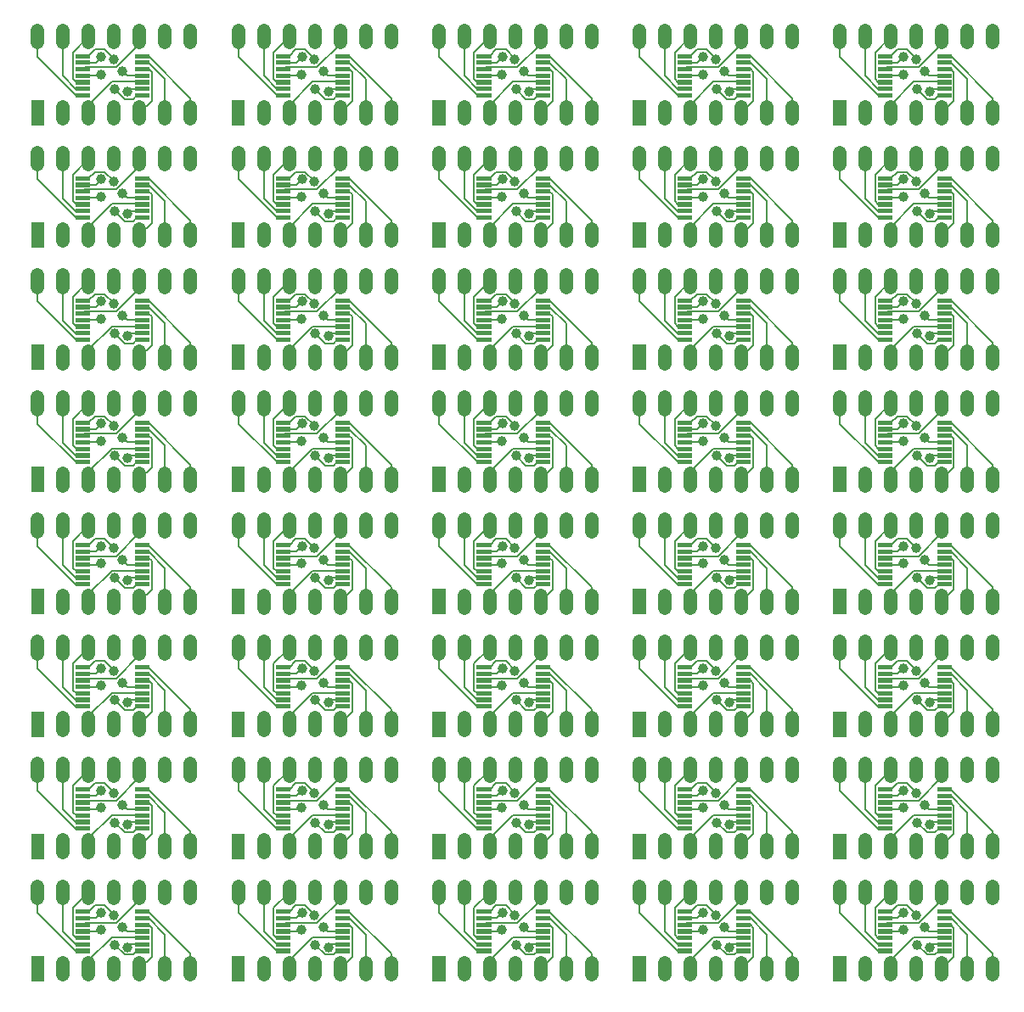
<source format=gtl>
%FSLAX24Y24*%
%MOIN*%
%ADD10C,0.0060*%
%ADD11C,0.0394*%
%ADD12C,0.0520*%
D10*
G01X4941Y1882D02*
X4493Y1882D01*
X4380Y1770D01*
X2618Y2650D02*
X2695Y2727D01*
X3933Y2727D01*
X4843Y3637D01*
X4843Y3929D01*
X1843Y3929D02*
X1843Y2386D01*
X2346Y1882D01*
X2618Y1882D01*
X2618Y3161D02*
X2842Y3161D01*
X3100Y3419D01*
X3473Y3419D01*
X3831Y3061D01*
X3831Y3032D01*
X2618Y2394D02*
X3283Y2394D01*
X3329Y2440D01*
X3869Y1868D02*
X4265Y1472D01*
X4586Y1472D01*
X4740Y1626D01*
X4941Y1626D01*
X4843Y929D02*
X5317Y1404D01*
X5317Y2530D01*
X5197Y2650D01*
X4941Y2650D01*
X6843Y929D02*
X6843Y1515D01*
X5196Y3161D01*
X4941Y3161D01*
X5843Y929D02*
X5843Y2260D01*
X5197Y2906D01*
X4941Y2906D01*
X4941Y2394D02*
X4351Y2394D01*
X4180Y2564D01*
X4941Y2138D02*
X4924Y2155D01*
X3750Y2155D01*
X2843Y1247D01*
X2843Y929D01*
X3342Y3129D02*
X3119Y2906D01*
X2618Y2906D01*
X843Y3929D02*
X843Y3125D01*
X2342Y1626D01*
X2618Y1626D01*
X2843Y3929D02*
X2228Y3314D01*
X2228Y2260D01*
X2350Y2138D01*
X2618Y2138D01*
X12815Y1882D02*
X12367Y1882D01*
X12254Y1770D01*
X10492Y2650D02*
X10569Y2727D01*
X11807Y2727D01*
X12717Y3637D01*
X12717Y3929D01*
X9717Y3929D02*
X9717Y2386D01*
X10220Y1882D01*
X10492Y1882D01*
X10492Y3161D02*
X10716Y3161D01*
X10974Y3419D01*
X11347Y3419D01*
X11706Y3061D01*
X11706Y3032D01*
X10492Y2394D02*
X11157Y2394D01*
X11203Y2440D01*
X11743Y1868D02*
X12139Y1472D01*
X12460Y1472D01*
X12614Y1626D01*
X12815Y1626D01*
X12717Y929D02*
X13191Y1404D01*
X13191Y2530D01*
X13071Y2650D01*
X12815Y2650D01*
X14717Y929D02*
X14717Y1515D01*
X13070Y3161D01*
X12815Y3161D01*
X13717Y929D02*
X13717Y2260D01*
X13071Y2906D01*
X12815Y2906D01*
X12815Y2394D02*
X12225Y2394D01*
X12054Y2564D01*
X12815Y2138D02*
X12798Y2155D01*
X11624Y2155D01*
X10717Y1247D01*
X10717Y929D01*
X11216Y3129D02*
X10993Y2906D01*
X10492Y2906D01*
X8717Y3929D02*
X8717Y3125D01*
X10216Y1626D01*
X10492Y1626D01*
X10717Y3929D02*
X10102Y3314D01*
X10102Y2260D01*
X10224Y2138D01*
X10492Y2138D01*
X20689Y1882D02*
X20241Y1882D01*
X20128Y1770D01*
X18366Y2650D02*
X18443Y2727D01*
X19681Y2727D01*
X20591Y3637D01*
X20591Y3929D01*
X17591Y3929D02*
X17591Y2386D01*
X18094Y1882D01*
X18366Y1882D01*
X18366Y3161D02*
X18590Y3161D01*
X18848Y3419D01*
X19221Y3419D01*
X19580Y3061D01*
X19580Y3032D01*
X18366Y2394D02*
X19031Y2394D01*
X19077Y2440D01*
X19617Y1868D02*
X20013Y1472D01*
X20334Y1472D01*
X20488Y1626D01*
X20689Y1626D01*
X20591Y929D02*
X21065Y1404D01*
X21065Y2530D01*
X20945Y2650D01*
X20689Y2650D01*
X22591Y929D02*
X22591Y1515D01*
X20944Y3161D01*
X20689Y3161D01*
X21591Y929D02*
X21591Y2260D01*
X20945Y2906D01*
X20689Y2906D01*
X20689Y2394D02*
X20099Y2394D01*
X19928Y2564D01*
X20689Y2138D02*
X20672Y2155D01*
X19498Y2155D01*
X18591Y1247D01*
X18591Y929D01*
X19090Y3129D02*
X18867Y2906D01*
X18366Y2906D01*
X16591Y3929D02*
X16591Y3125D01*
X18090Y1626D01*
X18366Y1626D01*
X18591Y3929D02*
X17976Y3314D01*
X17976Y2260D01*
X18098Y2138D01*
X18366Y2138D01*
X28563Y1882D02*
X28115Y1882D01*
X28002Y1770D01*
X26240Y2650D02*
X26317Y2727D01*
X27555Y2727D01*
X28465Y3637D01*
X28465Y3929D01*
X25465Y3929D02*
X25465Y2386D01*
X25968Y1882D01*
X26240Y1882D01*
X26240Y3161D02*
X26464Y3161D01*
X26722Y3419D01*
X27095Y3419D01*
X27454Y3061D01*
X27454Y3032D01*
X26240Y2394D02*
X26905Y2394D01*
X26951Y2440D01*
X27491Y1868D02*
X27887Y1472D01*
X28208Y1472D01*
X28362Y1626D01*
X28563Y1626D01*
X28465Y929D02*
X28939Y1404D01*
X28939Y2530D01*
X28819Y2650D01*
X28563Y2650D01*
X30465Y929D02*
X30465Y1515D01*
X28818Y3161D01*
X28563Y3161D01*
X29465Y929D02*
X29465Y2260D01*
X28819Y2906D01*
X28563Y2906D01*
X28563Y2394D02*
X27973Y2394D01*
X27802Y2564D01*
X28563Y2138D02*
X28546Y2155D01*
X27372Y2155D01*
X26465Y1247D01*
X26465Y929D01*
X26964Y3129D02*
X26741Y2906D01*
X26240Y2906D01*
X24465Y3929D02*
X24465Y3125D01*
X25964Y1626D01*
X26240Y1626D01*
X26465Y3929D02*
X25850Y3314D01*
X25850Y2260D01*
X25972Y2138D01*
X26240Y2138D01*
X36437Y1882D02*
X35989Y1882D01*
X35876Y1770D01*
X34114Y2650D02*
X34191Y2727D01*
X35429Y2727D01*
X36339Y3637D01*
X36339Y3929D01*
X33339Y3929D02*
X33339Y2386D01*
X33842Y1882D01*
X34114Y1882D01*
X34114Y3161D02*
X34338Y3161D01*
X34596Y3419D01*
X34969Y3419D01*
X35328Y3061D01*
X35328Y3032D01*
X34114Y2394D02*
X34779Y2394D01*
X34825Y2440D01*
X35365Y1868D02*
X35761Y1472D01*
X36082Y1472D01*
X36236Y1626D01*
X36437Y1626D01*
X36339Y929D02*
X36813Y1404D01*
X36813Y2530D01*
X36693Y2650D01*
X36437Y2650D01*
X38339Y929D02*
X38339Y1515D01*
X36692Y3161D01*
X36437Y3161D01*
X37339Y929D02*
X37339Y2260D01*
X36693Y2906D01*
X36437Y2906D01*
X36437Y2394D02*
X35847Y2394D01*
X35676Y2564D01*
X36437Y2138D02*
X36420Y2155D01*
X35246Y2155D01*
X34339Y1247D01*
X34339Y929D01*
X34838Y3129D02*
X34615Y2906D01*
X34114Y2906D01*
X32339Y3929D02*
X32339Y3125D01*
X33838Y1626D01*
X34114Y1626D01*
X34339Y3929D02*
X33724Y3314D01*
X33724Y2260D01*
X33846Y2138D01*
X34114Y2138D01*
X4941Y6685D02*
X4493Y6685D01*
X4380Y6573D01*
X2618Y7453D02*
X2695Y7530D01*
X3933Y7530D01*
X4843Y8440D01*
X4843Y8732D01*
X1843Y8732D02*
X1843Y7189D01*
X2346Y6685D01*
X2618Y6685D01*
X2618Y7965D02*
X2842Y7965D01*
X3100Y8223D01*
X3473Y8223D01*
X3831Y7864D01*
X3831Y7835D01*
X2618Y7197D02*
X3283Y7197D01*
X3329Y7243D01*
X3869Y6671D02*
X4265Y6275D01*
X4586Y6275D01*
X4740Y6429D01*
X4941Y6429D01*
X4843Y5732D02*
X5317Y6207D01*
X5317Y7333D01*
X5197Y7453D01*
X4941Y7453D01*
X6843Y5732D02*
X6843Y6318D01*
X5196Y7965D01*
X4941Y7965D01*
X5843Y5732D02*
X5843Y7063D01*
X5197Y7709D01*
X4941Y7709D01*
X4941Y7197D02*
X4351Y7197D01*
X4180Y7367D01*
X4941Y6941D02*
X4924Y6958D01*
X3750Y6958D01*
X2843Y6050D01*
X2843Y5732D01*
X3342Y7932D02*
X3119Y7709D01*
X2618Y7709D01*
X843Y8732D02*
X843Y7928D01*
X2342Y6429D01*
X2618Y6429D01*
X2843Y8732D02*
X2228Y8117D01*
X2228Y7063D01*
X2350Y6941D01*
X2618Y6941D01*
X12815Y6685D02*
X12367Y6685D01*
X12254Y6573D01*
X10492Y7453D02*
X10569Y7530D01*
X11807Y7530D01*
X12717Y8440D01*
X12717Y8732D01*
X9717Y8732D02*
X9717Y7189D01*
X10220Y6685D01*
X10492Y6685D01*
X10492Y7965D02*
X10716Y7965D01*
X10974Y8223D01*
X11347Y8223D01*
X11706Y7864D01*
X11706Y7835D01*
X10492Y7197D02*
X11157Y7197D01*
X11203Y7243D01*
X11743Y6671D02*
X12139Y6275D01*
X12460Y6275D01*
X12614Y6429D01*
X12815Y6429D01*
X12717Y5732D02*
X13191Y6207D01*
X13191Y7333D01*
X13071Y7453D01*
X12815Y7453D01*
X14717Y5732D02*
X14717Y6318D01*
X13070Y7965D01*
X12815Y7965D01*
X13717Y5732D02*
X13717Y7063D01*
X13071Y7709D01*
X12815Y7709D01*
X12815Y7197D02*
X12225Y7197D01*
X12054Y7367D01*
X12815Y6941D02*
X12798Y6958D01*
X11624Y6958D01*
X10717Y6050D01*
X10717Y5732D01*
X11216Y7932D02*
X10993Y7709D01*
X10492Y7709D01*
X8717Y8732D02*
X8717Y7928D01*
X10216Y6429D01*
X10492Y6429D01*
X10717Y8732D02*
X10102Y8117D01*
X10102Y7063D01*
X10224Y6941D01*
X10492Y6941D01*
X20689Y6685D02*
X20241Y6685D01*
X20128Y6573D01*
X18366Y7453D02*
X18443Y7530D01*
X19681Y7530D01*
X20591Y8440D01*
X20591Y8732D01*
X17591Y8732D02*
X17591Y7189D01*
X18094Y6685D01*
X18366Y6685D01*
X18366Y7965D02*
X18590Y7965D01*
X18848Y8223D01*
X19221Y8223D01*
X19580Y7864D01*
X19580Y7835D01*
X18366Y7197D02*
X19031Y7197D01*
X19077Y7243D01*
X19617Y6671D02*
X20013Y6275D01*
X20334Y6275D01*
X20488Y6429D01*
X20689Y6429D01*
X20591Y5732D02*
X21065Y6207D01*
X21065Y7333D01*
X20945Y7453D01*
X20689Y7453D01*
X22591Y5732D02*
X22591Y6318D01*
X20944Y7965D01*
X20689Y7965D01*
X21591Y5732D02*
X21591Y7063D01*
X20945Y7709D01*
X20689Y7709D01*
X20689Y7197D02*
X20099Y7197D01*
X19928Y7367D01*
X20689Y6941D02*
X20672Y6958D01*
X19498Y6958D01*
X18591Y6050D01*
X18591Y5732D01*
X19090Y7932D02*
X18867Y7709D01*
X18366Y7709D01*
X16591Y8732D02*
X16591Y7928D01*
X18090Y6429D01*
X18366Y6429D01*
X18591Y8732D02*
X17976Y8117D01*
X17976Y7063D01*
X18098Y6941D01*
X18366Y6941D01*
X28563Y6685D02*
X28115Y6685D01*
X28002Y6573D01*
X26240Y7453D02*
X26317Y7530D01*
X27555Y7530D01*
X28465Y8440D01*
X28465Y8732D01*
X25465Y8732D02*
X25465Y7189D01*
X25968Y6685D01*
X26240Y6685D01*
X26240Y7965D02*
X26464Y7965D01*
X26722Y8223D01*
X27095Y8223D01*
X27454Y7864D01*
X27454Y7835D01*
X26240Y7197D02*
X26905Y7197D01*
X26951Y7243D01*
X27491Y6671D02*
X27887Y6275D01*
X28208Y6275D01*
X28362Y6429D01*
X28563Y6429D01*
X28465Y5732D02*
X28939Y6207D01*
X28939Y7333D01*
X28819Y7453D01*
X28563Y7453D01*
X30465Y5732D02*
X30465Y6318D01*
X28818Y7965D01*
X28563Y7965D01*
X29465Y5732D02*
X29465Y7063D01*
X28819Y7709D01*
X28563Y7709D01*
X28563Y7197D02*
X27973Y7197D01*
X27802Y7367D01*
X28563Y6941D02*
X28546Y6958D01*
X27372Y6958D01*
X26465Y6050D01*
X26465Y5732D01*
X26964Y7932D02*
X26741Y7709D01*
X26240Y7709D01*
X24465Y8732D02*
X24465Y7928D01*
X25964Y6429D01*
X26240Y6429D01*
X26465Y8732D02*
X25850Y8117D01*
X25850Y7063D01*
X25972Y6941D01*
X26240Y6941D01*
X36437Y6685D02*
X35989Y6685D01*
X35876Y6573D01*
X34114Y7453D02*
X34191Y7530D01*
X35429Y7530D01*
X36339Y8440D01*
X36339Y8732D01*
X33339Y8732D02*
X33339Y7189D01*
X33842Y6685D01*
X34114Y6685D01*
X34114Y7965D02*
X34338Y7965D01*
X34596Y8223D01*
X34969Y8223D01*
X35328Y7864D01*
X35328Y7835D01*
X34114Y7197D02*
X34779Y7197D01*
X34825Y7243D01*
X35365Y6671D02*
X35761Y6275D01*
X36082Y6275D01*
X36236Y6429D01*
X36437Y6429D01*
X36339Y5732D02*
X36813Y6207D01*
X36813Y7333D01*
X36693Y7453D01*
X36437Y7453D01*
X38339Y5732D02*
X38339Y6318D01*
X36692Y7965D01*
X36437Y7965D01*
X37339Y5732D02*
X37339Y7063D01*
X36693Y7709D01*
X36437Y7709D01*
X36437Y7197D02*
X35847Y7197D01*
X35676Y7367D01*
X36437Y6941D02*
X36420Y6958D01*
X35246Y6958D01*
X34339Y6050D01*
X34339Y5732D01*
X34838Y7932D02*
X34615Y7709D01*
X34114Y7709D01*
X32339Y8732D02*
X32339Y7928D01*
X33838Y6429D01*
X34114Y6429D01*
X34339Y8732D02*
X33724Y8117D01*
X33724Y7063D01*
X33846Y6941D01*
X34114Y6941D01*
X4941Y11488D02*
X4493Y11488D01*
X4380Y11376D01*
X2618Y12256D02*
X2695Y12333D01*
X3933Y12333D01*
X4843Y13243D01*
X4843Y13535D01*
X1843Y13535D02*
X1843Y11992D01*
X2346Y11488D01*
X2618Y11488D01*
X2618Y12768D02*
X2842Y12768D01*
X3100Y13026D01*
X3473Y13026D01*
X3831Y12667D01*
X3831Y12638D01*
X2618Y12000D02*
X3283Y12000D01*
X3329Y12046D01*
X3869Y11474D02*
X4265Y11078D01*
X4586Y11078D01*
X4740Y11232D01*
X4941Y11232D01*
X4843Y10535D02*
X5317Y11010D01*
X5317Y12136D01*
X5197Y12256D01*
X4941Y12256D01*
X6843Y10535D02*
X6843Y11121D01*
X5196Y12768D01*
X4941Y12768D01*
X5843Y10535D02*
X5843Y11866D01*
X5197Y12512D01*
X4941Y12512D01*
X4941Y12000D02*
X4351Y12000D01*
X4180Y12170D01*
X4941Y11744D02*
X4924Y11761D01*
X3750Y11761D01*
X2843Y10853D01*
X2843Y10535D01*
X3342Y12735D02*
X3119Y12512D01*
X2618Y12512D01*
X843Y13535D02*
X843Y12731D01*
X2342Y11232D01*
X2618Y11232D01*
X2843Y13535D02*
X2228Y12921D01*
X2228Y11866D01*
X2350Y11744D01*
X2618Y11744D01*
X12815Y11488D02*
X12367Y11488D01*
X12254Y11376D01*
X10492Y12256D02*
X10569Y12333D01*
X11807Y12333D01*
X12717Y13243D01*
X12717Y13535D01*
X9717Y13535D02*
X9717Y11992D01*
X10220Y11488D01*
X10492Y11488D01*
X10492Y12768D02*
X10716Y12768D01*
X10974Y13026D01*
X11347Y13026D01*
X11706Y12667D01*
X11706Y12638D01*
X10492Y12000D02*
X11157Y12000D01*
X11203Y12046D01*
X11743Y11474D02*
X12139Y11078D01*
X12460Y11078D01*
X12614Y11232D01*
X12815Y11232D01*
X12717Y10535D02*
X13191Y11010D01*
X13191Y12136D01*
X13071Y12256D01*
X12815Y12256D01*
X14717Y10535D02*
X14717Y11121D01*
X13070Y12768D01*
X12815Y12768D01*
X13717Y10535D02*
X13717Y11866D01*
X13071Y12512D01*
X12815Y12512D01*
X12815Y12000D02*
X12225Y12000D01*
X12054Y12170D01*
X12815Y11744D02*
X12798Y11761D01*
X11624Y11761D01*
X10717Y10853D01*
X10717Y10535D01*
X11216Y12735D02*
X10993Y12512D01*
X10492Y12512D01*
X8717Y13535D02*
X8717Y12731D01*
X10216Y11232D01*
X10492Y11232D01*
X10717Y13535D02*
X10102Y12921D01*
X10102Y11866D01*
X10224Y11744D01*
X10492Y11744D01*
X20689Y11488D02*
X20241Y11488D01*
X20128Y11376D01*
X18366Y12256D02*
X18443Y12333D01*
X19681Y12333D01*
X20591Y13243D01*
X20591Y13535D01*
X17591Y13535D02*
X17591Y11992D01*
X18094Y11488D01*
X18366Y11488D01*
X18366Y12768D02*
X18590Y12768D01*
X18848Y13026D01*
X19221Y13026D01*
X19580Y12667D01*
X19580Y12638D01*
X18366Y12000D02*
X19031Y12000D01*
X19077Y12046D01*
X19617Y11474D02*
X20013Y11078D01*
X20334Y11078D01*
X20488Y11232D01*
X20689Y11232D01*
X20591Y10535D02*
X21065Y11010D01*
X21065Y12136D01*
X20945Y12256D01*
X20689Y12256D01*
X22591Y10535D02*
X22591Y11121D01*
X20944Y12768D01*
X20689Y12768D01*
X21591Y10535D02*
X21591Y11866D01*
X20945Y12512D01*
X20689Y12512D01*
X20689Y12000D02*
X20099Y12000D01*
X19928Y12170D01*
X20689Y11744D02*
X20672Y11761D01*
X19498Y11761D01*
X18591Y10853D01*
X18591Y10535D01*
X19090Y12735D02*
X18867Y12512D01*
X18366Y12512D01*
X16591Y13535D02*
X16591Y12731D01*
X18090Y11232D01*
X18366Y11232D01*
X18591Y13535D02*
X17976Y12921D01*
X17976Y11866D01*
X18098Y11744D01*
X18366Y11744D01*
X28563Y11488D02*
X28115Y11488D01*
X28002Y11376D01*
X26240Y12256D02*
X26317Y12333D01*
X27555Y12333D01*
X28465Y13243D01*
X28465Y13535D01*
X25465Y13535D02*
X25465Y11992D01*
X25968Y11488D01*
X26240Y11488D01*
X26240Y12768D02*
X26464Y12768D01*
X26722Y13026D01*
X27095Y13026D01*
X27454Y12667D01*
X27454Y12638D01*
X26240Y12000D02*
X26905Y12000D01*
X26951Y12046D01*
X27491Y11474D02*
X27887Y11078D01*
X28208Y11078D01*
X28362Y11232D01*
X28563Y11232D01*
X28465Y10535D02*
X28939Y11010D01*
X28939Y12136D01*
X28819Y12256D01*
X28563Y12256D01*
X30465Y10535D02*
X30465Y11121D01*
X28818Y12768D01*
X28563Y12768D01*
X29465Y10535D02*
X29465Y11866D01*
X28819Y12512D01*
X28563Y12512D01*
X28563Y12000D02*
X27973Y12000D01*
X27802Y12170D01*
X28563Y11744D02*
X28546Y11761D01*
X27372Y11761D01*
X26465Y10853D01*
X26465Y10535D01*
X26964Y12735D02*
X26741Y12512D01*
X26240Y12512D01*
X24465Y13535D02*
X24465Y12731D01*
X25964Y11232D01*
X26240Y11232D01*
X26465Y13535D02*
X25850Y12921D01*
X25850Y11866D01*
X25972Y11744D01*
X26240Y11744D01*
X36437Y11488D02*
X35989Y11488D01*
X35876Y11376D01*
X34114Y12256D02*
X34191Y12333D01*
X35429Y12333D01*
X36339Y13243D01*
X36339Y13535D01*
X33339Y13535D02*
X33339Y11992D01*
X33842Y11488D01*
X34114Y11488D01*
X34114Y12768D02*
X34338Y12768D01*
X34596Y13026D01*
X34969Y13026D01*
X35328Y12667D01*
X35328Y12638D01*
X34114Y12000D02*
X34779Y12000D01*
X34825Y12046D01*
X35365Y11474D02*
X35761Y11078D01*
X36082Y11078D01*
X36236Y11232D01*
X36437Y11232D01*
X36339Y10535D02*
X36813Y11010D01*
X36813Y12136D01*
X36693Y12256D01*
X36437Y12256D01*
X38339Y10535D02*
X38339Y11121D01*
X36692Y12768D01*
X36437Y12768D01*
X37339Y10535D02*
X37339Y11866D01*
X36693Y12512D01*
X36437Y12512D01*
X36437Y12000D02*
X35847Y12000D01*
X35676Y12170D01*
X36437Y11744D02*
X36420Y11761D01*
X35246Y11761D01*
X34339Y10853D01*
X34339Y10535D01*
X34838Y12735D02*
X34615Y12512D01*
X34114Y12512D01*
X32339Y13535D02*
X32339Y12731D01*
X33838Y11232D01*
X34114Y11232D01*
X34339Y13535D02*
X33724Y12921D01*
X33724Y11866D01*
X33846Y11744D01*
X34114Y11744D01*
X4941Y16291D02*
X4493Y16291D01*
X4380Y16179D01*
X2618Y17059D02*
X2695Y17136D01*
X3933Y17136D01*
X4843Y18046D01*
X4843Y18339D01*
X1843Y18339D02*
X1843Y16795D01*
X2346Y16291D01*
X2618Y16291D01*
X2618Y17571D02*
X2842Y17571D01*
X3100Y17829D01*
X3473Y17829D01*
X3831Y17470D01*
X3831Y17441D01*
X2618Y16803D02*
X3283Y16803D01*
X3329Y16849D01*
X3869Y16277D02*
X4265Y15881D01*
X4586Y15881D01*
X4740Y16035D01*
X4941Y16035D01*
X4843Y15339D02*
X5317Y15813D01*
X5317Y16939D01*
X5197Y17059D01*
X4941Y17059D01*
X6843Y15339D02*
X6843Y15924D01*
X5196Y17571D01*
X4941Y17571D01*
X5843Y15339D02*
X5843Y16669D01*
X5197Y17315D01*
X4941Y17315D01*
X4941Y16803D02*
X4351Y16803D01*
X4180Y16973D01*
X4941Y16547D02*
X4924Y16564D01*
X3750Y16564D01*
X2843Y15656D01*
X2843Y15339D01*
X3342Y17538D02*
X3119Y17315D01*
X2618Y17315D01*
X843Y18339D02*
X843Y17535D01*
X2342Y16035D01*
X2618Y16035D01*
X2843Y18339D02*
X2228Y17724D01*
X2228Y16669D01*
X2350Y16547D01*
X2618Y16547D01*
X12815Y16291D02*
X12367Y16291D01*
X12254Y16179D01*
X10492Y17059D02*
X10569Y17136D01*
X11807Y17136D01*
X12717Y18046D01*
X12717Y18339D01*
X9717Y18339D02*
X9717Y16795D01*
X10220Y16291D01*
X10492Y16291D01*
X10492Y17571D02*
X10716Y17571D01*
X10974Y17829D01*
X11347Y17829D01*
X11706Y17470D01*
X11706Y17441D01*
X10492Y16803D02*
X11157Y16803D01*
X11203Y16849D01*
X11743Y16277D02*
X12139Y15881D01*
X12460Y15881D01*
X12614Y16035D01*
X12815Y16035D01*
X12717Y15339D02*
X13191Y15813D01*
X13191Y16939D01*
X13071Y17059D01*
X12815Y17059D01*
X14717Y15339D02*
X14717Y15924D01*
X13070Y17571D01*
X12815Y17571D01*
X13717Y15339D02*
X13717Y16669D01*
X13071Y17315D01*
X12815Y17315D01*
X12815Y16803D02*
X12225Y16803D01*
X12054Y16973D01*
X12815Y16547D02*
X12798Y16564D01*
X11624Y16564D01*
X10717Y15656D01*
X10717Y15339D01*
X11216Y17538D02*
X10993Y17315D01*
X10492Y17315D01*
X8717Y18339D02*
X8717Y17535D01*
X10216Y16035D01*
X10492Y16035D01*
X10717Y18339D02*
X10102Y17724D01*
X10102Y16669D01*
X10224Y16547D01*
X10492Y16547D01*
X20689Y16291D02*
X20241Y16291D01*
X20128Y16179D01*
X18366Y17059D02*
X18443Y17136D01*
X19681Y17136D01*
X20591Y18046D01*
X20591Y18339D01*
X17591Y18339D02*
X17591Y16795D01*
X18094Y16291D01*
X18366Y16291D01*
X18366Y17571D02*
X18590Y17571D01*
X18848Y17829D01*
X19221Y17829D01*
X19580Y17470D01*
X19580Y17441D01*
X18366Y16803D02*
X19031Y16803D01*
X19077Y16849D01*
X19617Y16277D02*
X20013Y15881D01*
X20334Y15881D01*
X20488Y16035D01*
X20689Y16035D01*
X20591Y15339D02*
X21065Y15813D01*
X21065Y16939D01*
X20945Y17059D01*
X20689Y17059D01*
X22591Y15339D02*
X22591Y15924D01*
X20944Y17571D01*
X20689Y17571D01*
X21591Y15339D02*
X21591Y16669D01*
X20945Y17315D01*
X20689Y17315D01*
X20689Y16803D02*
X20099Y16803D01*
X19928Y16973D01*
X20689Y16547D02*
X20672Y16564D01*
X19498Y16564D01*
X18591Y15656D01*
X18591Y15339D01*
X19090Y17538D02*
X18867Y17315D01*
X18366Y17315D01*
X16591Y18339D02*
X16591Y17535D01*
X18090Y16035D01*
X18366Y16035D01*
X18591Y18339D02*
X17976Y17724D01*
X17976Y16669D01*
X18098Y16547D01*
X18366Y16547D01*
X28563Y16291D02*
X28115Y16291D01*
X28002Y16179D01*
X26240Y17059D02*
X26317Y17136D01*
X27555Y17136D01*
X28465Y18046D01*
X28465Y18339D01*
X25465Y18339D02*
X25465Y16795D01*
X25968Y16291D01*
X26240Y16291D01*
X26240Y17571D02*
X26464Y17571D01*
X26722Y17829D01*
X27095Y17829D01*
X27454Y17470D01*
X27454Y17441D01*
X26240Y16803D02*
X26905Y16803D01*
X26951Y16849D01*
X27491Y16277D02*
X27887Y15881D01*
X28208Y15881D01*
X28362Y16035D01*
X28563Y16035D01*
X28465Y15339D02*
X28939Y15813D01*
X28939Y16939D01*
X28819Y17059D01*
X28563Y17059D01*
X30465Y15339D02*
X30465Y15924D01*
X28818Y17571D01*
X28563Y17571D01*
X29465Y15339D02*
X29465Y16669D01*
X28819Y17315D01*
X28563Y17315D01*
X28563Y16803D02*
X27973Y16803D01*
X27802Y16973D01*
X28563Y16547D02*
X28546Y16564D01*
X27372Y16564D01*
X26465Y15656D01*
X26465Y15339D01*
X26964Y17538D02*
X26741Y17315D01*
X26240Y17315D01*
X24465Y18339D02*
X24465Y17535D01*
X25964Y16035D01*
X26240Y16035D01*
X26465Y18339D02*
X25850Y17724D01*
X25850Y16669D01*
X25972Y16547D01*
X26240Y16547D01*
X36437Y16291D02*
X35989Y16291D01*
X35876Y16179D01*
X34114Y17059D02*
X34191Y17136D01*
X35429Y17136D01*
X36339Y18046D01*
X36339Y18339D01*
X33339Y18339D02*
X33339Y16795D01*
X33842Y16291D01*
X34114Y16291D01*
X34114Y17571D02*
X34338Y17571D01*
X34596Y17829D01*
X34969Y17829D01*
X35328Y17470D01*
X35328Y17441D01*
X34114Y16803D02*
X34779Y16803D01*
X34825Y16849D01*
X35365Y16277D02*
X35761Y15881D01*
X36082Y15881D01*
X36236Y16035D01*
X36437Y16035D01*
X36339Y15339D02*
X36813Y15813D01*
X36813Y16939D01*
X36693Y17059D01*
X36437Y17059D01*
X38339Y15339D02*
X38339Y15924D01*
X36692Y17571D01*
X36437Y17571D01*
X37339Y15339D02*
X37339Y16669D01*
X36693Y17315D01*
X36437Y17315D01*
X36437Y16803D02*
X35847Y16803D01*
X35676Y16973D01*
X36437Y16547D02*
X36420Y16564D01*
X35246Y16564D01*
X34339Y15656D01*
X34339Y15339D01*
X34838Y17538D02*
X34615Y17315D01*
X34114Y17315D01*
X32339Y18339D02*
X32339Y17535D01*
X33838Y16035D01*
X34114Y16035D01*
X34339Y18339D02*
X33724Y17724D01*
X33724Y16669D01*
X33846Y16547D01*
X34114Y16547D01*
X4941Y21094D02*
X4493Y21094D01*
X4380Y20982D01*
X2618Y21862D02*
X2695Y21939D01*
X3933Y21939D01*
X4843Y22849D01*
X4843Y23142D01*
X1843Y23142D02*
X1843Y21598D01*
X2346Y21094D01*
X2618Y21094D01*
X2618Y22374D02*
X2842Y22374D01*
X3100Y22632D01*
X3473Y22632D01*
X3831Y22274D01*
X3831Y22244D01*
X2618Y21606D02*
X3283Y21606D01*
X3329Y21652D01*
X3869Y21080D02*
X4265Y20684D01*
X4586Y20684D01*
X4740Y20839D01*
X4941Y20839D01*
X4843Y20142D02*
X5317Y20617D01*
X5317Y21742D01*
X5197Y21862D01*
X4941Y21862D01*
X6843Y20142D02*
X6843Y20727D01*
X5196Y22374D01*
X4941Y22374D01*
X5843Y20142D02*
X5843Y21472D01*
X5197Y22118D01*
X4941Y22118D01*
X4941Y21606D02*
X4351Y21606D01*
X4180Y21777D01*
X4941Y21350D02*
X4924Y21367D01*
X3750Y21367D01*
X2843Y20460D01*
X2843Y20142D01*
X3342Y22342D02*
X3119Y22118D01*
X2618Y22118D01*
X843Y23142D02*
X843Y22338D01*
X2342Y20839D01*
X2618Y20839D01*
X2843Y23142D02*
X2228Y22527D01*
X2228Y21472D01*
X2350Y21350D01*
X2618Y21350D01*
X12815Y21094D02*
X12367Y21094D01*
X12254Y20982D01*
X10492Y21862D02*
X10569Y21939D01*
X11807Y21939D01*
X12717Y22849D01*
X12717Y23142D01*
X9717Y23142D02*
X9717Y21598D01*
X10220Y21094D01*
X10492Y21094D01*
X10492Y22374D02*
X10716Y22374D01*
X10974Y22632D01*
X11347Y22632D01*
X11706Y22274D01*
X11706Y22244D01*
X10492Y21606D02*
X11157Y21606D01*
X11203Y21652D01*
X11743Y21080D02*
X12139Y20684D01*
X12460Y20684D01*
X12614Y20839D01*
X12815Y20839D01*
X12717Y20142D02*
X13191Y20617D01*
X13191Y21742D01*
X13071Y21862D01*
X12815Y21862D01*
X14717Y20142D02*
X14717Y20727D01*
X13070Y22374D01*
X12815Y22374D01*
X13717Y20142D02*
X13717Y21472D01*
X13071Y22118D01*
X12815Y22118D01*
X12815Y21606D02*
X12225Y21606D01*
X12054Y21777D01*
X12815Y21350D02*
X12798Y21367D01*
X11624Y21367D01*
X10717Y20460D01*
X10717Y20142D01*
X11216Y22342D02*
X10993Y22118D01*
X10492Y22118D01*
X8717Y23142D02*
X8717Y22338D01*
X10216Y20839D01*
X10492Y20839D01*
X10717Y23142D02*
X10102Y22527D01*
X10102Y21472D01*
X10224Y21350D01*
X10492Y21350D01*
X20689Y21094D02*
X20241Y21094D01*
X20128Y20982D01*
X18366Y21862D02*
X18443Y21939D01*
X19681Y21939D01*
X20591Y22849D01*
X20591Y23142D01*
X17591Y23142D02*
X17591Y21598D01*
X18094Y21094D01*
X18366Y21094D01*
X18366Y22374D02*
X18590Y22374D01*
X18848Y22632D01*
X19221Y22632D01*
X19580Y22274D01*
X19580Y22244D01*
X18366Y21606D02*
X19031Y21606D01*
X19077Y21652D01*
X19617Y21080D02*
X20013Y20684D01*
X20334Y20684D01*
X20488Y20839D01*
X20689Y20839D01*
X20591Y20142D02*
X21065Y20617D01*
X21065Y21742D01*
X20945Y21862D01*
X20689Y21862D01*
X22591Y20142D02*
X22591Y20727D01*
X20944Y22374D01*
X20689Y22374D01*
X21591Y20142D02*
X21591Y21472D01*
X20945Y22118D01*
X20689Y22118D01*
X20689Y21606D02*
X20099Y21606D01*
X19928Y21777D01*
X20689Y21350D02*
X20672Y21367D01*
X19498Y21367D01*
X18591Y20460D01*
X18591Y20142D01*
X19090Y22342D02*
X18867Y22118D01*
X18366Y22118D01*
X16591Y23142D02*
X16591Y22338D01*
X18090Y20839D01*
X18366Y20839D01*
X18591Y23142D02*
X17976Y22527D01*
X17976Y21472D01*
X18098Y21350D01*
X18366Y21350D01*
X28563Y21094D02*
X28115Y21094D01*
X28002Y20982D01*
X26240Y21862D02*
X26317Y21939D01*
X27555Y21939D01*
X28465Y22849D01*
X28465Y23142D01*
X25465Y23142D02*
X25465Y21598D01*
X25968Y21094D01*
X26240Y21094D01*
X26240Y22374D02*
X26464Y22374D01*
X26722Y22632D01*
X27095Y22632D01*
X27454Y22274D01*
X27454Y22244D01*
X26240Y21606D02*
X26905Y21606D01*
X26951Y21652D01*
X27491Y21080D02*
X27887Y20684D01*
X28208Y20684D01*
X28362Y20839D01*
X28563Y20839D01*
X28465Y20142D02*
X28939Y20617D01*
X28939Y21742D01*
X28819Y21862D01*
X28563Y21862D01*
X30465Y20142D02*
X30465Y20727D01*
X28818Y22374D01*
X28563Y22374D01*
X29465Y20142D02*
X29465Y21472D01*
X28819Y22118D01*
X28563Y22118D01*
X28563Y21606D02*
X27973Y21606D01*
X27802Y21777D01*
X28563Y21350D02*
X28546Y21367D01*
X27372Y21367D01*
X26465Y20460D01*
X26465Y20142D01*
X26964Y22342D02*
X26741Y22118D01*
X26240Y22118D01*
X24465Y23142D02*
X24465Y22338D01*
X25964Y20839D01*
X26240Y20839D01*
X26465Y23142D02*
X25850Y22527D01*
X25850Y21472D01*
X25972Y21350D01*
X26240Y21350D01*
X36437Y21094D02*
X35989Y21094D01*
X35876Y20982D01*
X34114Y21862D02*
X34191Y21939D01*
X35429Y21939D01*
X36339Y22849D01*
X36339Y23142D01*
X33339Y23142D02*
X33339Y21598D01*
X33842Y21094D01*
X34114Y21094D01*
X34114Y22374D02*
X34338Y22374D01*
X34596Y22632D01*
X34969Y22632D01*
X35328Y22274D01*
X35328Y22244D01*
X34114Y21606D02*
X34779Y21606D01*
X34825Y21652D01*
X35365Y21080D02*
X35761Y20684D01*
X36082Y20684D01*
X36236Y20839D01*
X36437Y20839D01*
X36339Y20142D02*
X36813Y20617D01*
X36813Y21742D01*
X36693Y21862D01*
X36437Y21862D01*
X38339Y20142D02*
X38339Y20727D01*
X36692Y22374D01*
X36437Y22374D01*
X37339Y20142D02*
X37339Y21472D01*
X36693Y22118D01*
X36437Y22118D01*
X36437Y21606D02*
X35847Y21606D01*
X35676Y21777D01*
X36437Y21350D02*
X36420Y21367D01*
X35246Y21367D01*
X34339Y20460D01*
X34339Y20142D01*
X34838Y22342D02*
X34615Y22118D01*
X34114Y22118D01*
X32339Y23142D02*
X32339Y22338D01*
X33838Y20839D01*
X34114Y20839D01*
X34339Y23142D02*
X33724Y22527D01*
X33724Y21472D01*
X33846Y21350D01*
X34114Y21350D01*
X4941Y25898D02*
X4493Y25898D01*
X4380Y25785D01*
X2618Y26665D02*
X2695Y26743D01*
X3933Y26743D01*
X4843Y27653D01*
X4843Y27945D01*
X1843Y27945D02*
X1843Y26401D01*
X2346Y25898D01*
X2618Y25898D01*
X2618Y27177D02*
X2842Y27177D01*
X3100Y27435D01*
X3473Y27435D01*
X3831Y27077D01*
X3831Y27047D01*
X2618Y26409D02*
X3283Y26409D01*
X3329Y26455D01*
X3869Y25883D02*
X4265Y25488D01*
X4586Y25488D01*
X4740Y25642D01*
X4941Y25642D01*
X4843Y24945D02*
X5317Y25420D01*
X5317Y26545D01*
X5197Y26665D01*
X4941Y26665D01*
X6843Y24945D02*
X6843Y25531D01*
X5196Y27177D01*
X4941Y27177D01*
X5843Y24945D02*
X5843Y26275D01*
X5197Y26921D01*
X4941Y26921D01*
X4941Y26409D02*
X4351Y26409D01*
X4180Y26580D01*
X4941Y26154D02*
X4924Y26170D01*
X3750Y26170D01*
X2843Y25263D01*
X2843Y24945D01*
X3342Y27145D02*
X3119Y26921D01*
X2618Y26921D01*
X843Y27945D02*
X843Y27141D01*
X2342Y25642D01*
X2618Y25642D01*
X2843Y27945D02*
X2228Y27330D01*
X2228Y26276D01*
X2350Y26154D01*
X2618Y26154D01*
X12815Y25898D02*
X12367Y25898D01*
X12254Y25785D01*
X10492Y26665D02*
X10569Y26743D01*
X11807Y26743D01*
X12717Y27653D01*
X12717Y27945D01*
X9717Y27945D02*
X9717Y26401D01*
X10220Y25898D01*
X10492Y25898D01*
X10492Y27177D02*
X10716Y27177D01*
X10974Y27435D01*
X11347Y27435D01*
X11706Y27077D01*
X11706Y27047D01*
X10492Y26409D02*
X11157Y26409D01*
X11203Y26455D01*
X11743Y25883D02*
X12139Y25488D01*
X12460Y25488D01*
X12614Y25642D01*
X12815Y25642D01*
X12717Y24945D02*
X13191Y25420D01*
X13191Y26545D01*
X13071Y26665D01*
X12815Y26665D01*
X14717Y24945D02*
X14717Y25531D01*
X13070Y27177D01*
X12815Y27177D01*
X13717Y24945D02*
X13717Y26275D01*
X13071Y26921D01*
X12815Y26921D01*
X12815Y26409D02*
X12225Y26409D01*
X12054Y26580D01*
X12815Y26154D02*
X12798Y26170D01*
X11624Y26170D01*
X10717Y25263D01*
X10717Y24945D01*
X11216Y27145D02*
X10993Y26921D01*
X10492Y26921D01*
X8717Y27945D02*
X8717Y27141D01*
X10216Y25642D01*
X10492Y25642D01*
X10717Y27945D02*
X10102Y27330D01*
X10102Y26276D01*
X10224Y26154D01*
X10492Y26154D01*
X20689Y25898D02*
X20241Y25898D01*
X20128Y25785D01*
X18366Y26665D02*
X18443Y26743D01*
X19681Y26743D01*
X20591Y27653D01*
X20591Y27945D01*
X17591Y27945D02*
X17591Y26401D01*
X18094Y25898D01*
X18366Y25898D01*
X18366Y27177D02*
X18590Y27177D01*
X18848Y27435D01*
X19221Y27435D01*
X19580Y27077D01*
X19580Y27047D01*
X18366Y26409D02*
X19031Y26409D01*
X19077Y26455D01*
X19617Y25883D02*
X20013Y25488D01*
X20334Y25488D01*
X20488Y25642D01*
X20689Y25642D01*
X20591Y24945D02*
X21065Y25420D01*
X21065Y26545D01*
X20945Y26665D01*
X20689Y26665D01*
X22591Y24945D02*
X22591Y25531D01*
X20944Y27177D01*
X20689Y27177D01*
X21591Y24945D02*
X21591Y26275D01*
X20945Y26921D01*
X20689Y26921D01*
X20689Y26409D02*
X20099Y26409D01*
X19928Y26580D01*
X20689Y26154D02*
X20672Y26170D01*
X19498Y26170D01*
X18591Y25263D01*
X18591Y24945D01*
X19090Y27145D02*
X18867Y26921D01*
X18366Y26921D01*
X16591Y27945D02*
X16591Y27141D01*
X18090Y25642D01*
X18366Y25642D01*
X18591Y27945D02*
X17976Y27330D01*
X17976Y26276D01*
X18098Y26154D01*
X18366Y26154D01*
X28563Y25898D02*
X28115Y25898D01*
X28002Y25785D01*
X26240Y26665D02*
X26317Y26743D01*
X27555Y26743D01*
X28465Y27653D01*
X28465Y27945D01*
X25465Y27945D02*
X25465Y26401D01*
X25968Y25898D01*
X26240Y25898D01*
X26240Y27177D02*
X26464Y27177D01*
X26722Y27435D01*
X27095Y27435D01*
X27454Y27077D01*
X27454Y27047D01*
X26240Y26409D02*
X26905Y26409D01*
X26951Y26455D01*
X27491Y25883D02*
X27887Y25488D01*
X28208Y25488D01*
X28362Y25642D01*
X28563Y25642D01*
X28465Y24945D02*
X28939Y25420D01*
X28939Y26545D01*
X28819Y26665D01*
X28563Y26665D01*
X30465Y24945D02*
X30465Y25531D01*
X28818Y27177D01*
X28563Y27177D01*
X29465Y24945D02*
X29465Y26275D01*
X28819Y26921D01*
X28563Y26921D01*
X28563Y26409D02*
X27973Y26409D01*
X27802Y26580D01*
X28563Y26154D02*
X28546Y26170D01*
X27372Y26170D01*
X26465Y25263D01*
X26465Y24945D01*
X26964Y27145D02*
X26741Y26921D01*
X26240Y26921D01*
X24465Y27945D02*
X24465Y27141D01*
X25964Y25642D01*
X26240Y25642D01*
X26465Y27945D02*
X25850Y27330D01*
X25850Y26276D01*
X25972Y26154D01*
X26240Y26154D01*
X36437Y25898D02*
X35989Y25898D01*
X35876Y25785D01*
X34114Y26665D02*
X34191Y26743D01*
X35429Y26743D01*
X36339Y27653D01*
X36339Y27945D01*
X33339Y27945D02*
X33339Y26401D01*
X33842Y25898D01*
X34114Y25898D01*
X34114Y27177D02*
X34338Y27177D01*
X34596Y27435D01*
X34969Y27435D01*
X35328Y27077D01*
X35328Y27047D01*
X34114Y26409D02*
X34779Y26409D01*
X34825Y26455D01*
X35365Y25883D02*
X35761Y25488D01*
X36082Y25488D01*
X36236Y25642D01*
X36437Y25642D01*
X36339Y24945D02*
X36813Y25420D01*
X36813Y26545D01*
X36693Y26665D01*
X36437Y26665D01*
X38339Y24945D02*
X38339Y25531D01*
X36692Y27177D01*
X36437Y27177D01*
X37339Y24945D02*
X37339Y26275D01*
X36693Y26921D01*
X36437Y26921D01*
X36437Y26409D02*
X35847Y26409D01*
X35676Y26580D01*
X36437Y26154D02*
X36420Y26170D01*
X35246Y26170D01*
X34339Y25263D01*
X34339Y24945D01*
X34838Y27145D02*
X34615Y26921D01*
X34114Y26921D01*
X32339Y27945D02*
X32339Y27141D01*
X33838Y25642D01*
X34114Y25642D01*
X34339Y27945D02*
X33724Y27330D01*
X33724Y26276D01*
X33846Y26154D01*
X34114Y26154D01*
X4941Y30701D02*
X4493Y30701D01*
X4380Y30589D01*
X2618Y31469D02*
X2695Y31546D01*
X3933Y31546D01*
X4843Y32456D01*
X4843Y32748D01*
X1843Y32748D02*
X1843Y31205D01*
X2346Y30701D01*
X2618Y30701D01*
X2618Y31980D02*
X2842Y31980D01*
X3100Y32238D01*
X3473Y32238D01*
X3831Y31880D01*
X3831Y31851D01*
X2618Y31213D02*
X3283Y31213D01*
X3329Y31259D01*
X3869Y30687D02*
X4265Y30291D01*
X4586Y30291D01*
X4740Y30445D01*
X4941Y30445D01*
X4843Y29748D02*
X5317Y30223D01*
X5317Y31349D01*
X5197Y31469D01*
X4941Y31469D01*
X6843Y29748D02*
X6843Y30334D01*
X5196Y31980D01*
X4941Y31980D01*
X5843Y29748D02*
X5843Y31079D01*
X5197Y31724D01*
X4941Y31724D01*
X4941Y31213D02*
X4351Y31213D01*
X4180Y31383D01*
X4941Y30957D02*
X4924Y30974D01*
X3750Y30974D01*
X2843Y30066D01*
X2843Y29748D01*
X3342Y31948D02*
X3119Y31724D01*
X2618Y31724D01*
X843Y32748D02*
X843Y31944D01*
X2342Y30445D01*
X2618Y30445D01*
X2843Y32748D02*
X2228Y32133D01*
X2228Y31079D01*
X2350Y30957D01*
X2618Y30957D01*
X12815Y30701D02*
X12367Y30701D01*
X12254Y30589D01*
X10492Y31469D02*
X10569Y31546D01*
X11807Y31546D01*
X12717Y32456D01*
X12717Y32748D01*
X9717Y32748D02*
X9717Y31205D01*
X10220Y30701D01*
X10492Y30701D01*
X10492Y31980D02*
X10716Y31980D01*
X10974Y32238D01*
X11347Y32238D01*
X11706Y31880D01*
X11706Y31851D01*
X10492Y31213D02*
X11157Y31213D01*
X11203Y31259D01*
X11743Y30687D02*
X12139Y30291D01*
X12460Y30291D01*
X12614Y30445D01*
X12815Y30445D01*
X12717Y29748D02*
X13191Y30223D01*
X13191Y31349D01*
X13071Y31469D01*
X12815Y31469D01*
X14717Y29748D02*
X14717Y30334D01*
X13070Y31980D01*
X12815Y31980D01*
X13717Y29748D02*
X13717Y31079D01*
X13071Y31724D01*
X12815Y31724D01*
X12815Y31213D02*
X12225Y31213D01*
X12054Y31383D01*
X12815Y30957D02*
X12798Y30974D01*
X11624Y30974D01*
X10717Y30066D01*
X10717Y29748D01*
X11216Y31948D02*
X10993Y31724D01*
X10492Y31724D01*
X8717Y32748D02*
X8717Y31944D01*
X10216Y30445D01*
X10492Y30445D01*
X10717Y32748D02*
X10102Y32133D01*
X10102Y31079D01*
X10224Y30957D01*
X10492Y30957D01*
X20689Y30701D02*
X20241Y30701D01*
X20128Y30589D01*
X18366Y31469D02*
X18443Y31546D01*
X19681Y31546D01*
X20591Y32456D01*
X20591Y32748D01*
X17591Y32748D02*
X17591Y31205D01*
X18094Y30701D01*
X18366Y30701D01*
X18366Y31980D02*
X18590Y31980D01*
X18848Y32238D01*
X19221Y32238D01*
X19580Y31880D01*
X19580Y31851D01*
X18366Y31213D02*
X19031Y31213D01*
X19077Y31259D01*
X19617Y30687D02*
X20013Y30291D01*
X20334Y30291D01*
X20488Y30445D01*
X20689Y30445D01*
X20591Y29748D02*
X21065Y30223D01*
X21065Y31349D01*
X20945Y31469D01*
X20689Y31469D01*
X22591Y29748D02*
X22591Y30334D01*
X20944Y31980D01*
X20689Y31980D01*
X21591Y29748D02*
X21591Y31079D01*
X20945Y31724D01*
X20689Y31724D01*
X20689Y31213D02*
X20099Y31213D01*
X19928Y31383D01*
X20689Y30957D02*
X20672Y30974D01*
X19498Y30974D01*
X18591Y30066D01*
X18591Y29748D01*
X19090Y31948D02*
X18867Y31724D01*
X18366Y31724D01*
X16591Y32748D02*
X16591Y31944D01*
X18090Y30445D01*
X18366Y30445D01*
X18591Y32748D02*
X17976Y32133D01*
X17976Y31079D01*
X18098Y30957D01*
X18366Y30957D01*
X28563Y30701D02*
X28115Y30701D01*
X28002Y30589D01*
X26240Y31469D02*
X26317Y31546D01*
X27555Y31546D01*
X28465Y32456D01*
X28465Y32748D01*
X25465Y32748D02*
X25465Y31205D01*
X25968Y30701D01*
X26240Y30701D01*
X26240Y31980D02*
X26464Y31980D01*
X26722Y32238D01*
X27095Y32238D01*
X27454Y31880D01*
X27454Y31851D01*
X26240Y31213D02*
X26905Y31213D01*
X26951Y31259D01*
X27491Y30687D02*
X27887Y30291D01*
X28208Y30291D01*
X28362Y30445D01*
X28563Y30445D01*
X28465Y29748D02*
X28939Y30223D01*
X28939Y31349D01*
X28819Y31469D01*
X28563Y31469D01*
X30465Y29748D02*
X30465Y30334D01*
X28818Y31980D01*
X28563Y31980D01*
X29465Y29748D02*
X29465Y31079D01*
X28819Y31724D01*
X28563Y31724D01*
X28563Y31213D02*
X27973Y31213D01*
X27802Y31383D01*
X28563Y30957D02*
X28546Y30974D01*
X27372Y30974D01*
X26465Y30066D01*
X26465Y29748D01*
X26964Y31948D02*
X26741Y31724D01*
X26240Y31724D01*
X24465Y32748D02*
X24465Y31944D01*
X25964Y30445D01*
X26240Y30445D01*
X26465Y32748D02*
X25850Y32133D01*
X25850Y31079D01*
X25972Y30957D01*
X26240Y30957D01*
X36437Y30701D02*
X35989Y30701D01*
X35876Y30589D01*
X34114Y31469D02*
X34191Y31546D01*
X35429Y31546D01*
X36339Y32456D01*
X36339Y32748D01*
X33339Y32748D02*
X33339Y31205D01*
X33842Y30701D01*
X34114Y30701D01*
X34114Y31980D02*
X34338Y31980D01*
X34596Y32238D01*
X34969Y32238D01*
X35328Y31880D01*
X35328Y31851D01*
X34114Y31213D02*
X34779Y31213D01*
X34825Y31259D01*
X35365Y30687D02*
X35761Y30291D01*
X36082Y30291D01*
X36236Y30445D01*
X36437Y30445D01*
X36339Y29748D02*
X36813Y30223D01*
X36813Y31349D01*
X36693Y31469D01*
X36437Y31469D01*
X38339Y29748D02*
X38339Y30334D01*
X36692Y31980D01*
X36437Y31980D01*
X37339Y29748D02*
X37339Y31079D01*
X36693Y31724D01*
X36437Y31724D01*
X36437Y31213D02*
X35847Y31213D01*
X35676Y31383D01*
X36437Y30957D02*
X36420Y30974D01*
X35246Y30974D01*
X34339Y30066D01*
X34339Y29748D01*
X34838Y31948D02*
X34615Y31724D01*
X34114Y31724D01*
X32339Y32748D02*
X32339Y31944D01*
X33838Y30445D01*
X34114Y30445D01*
X34339Y32748D02*
X33724Y32133D01*
X33724Y31079D01*
X33846Y30957D01*
X34114Y30957D01*
X4941Y35504D02*
X4493Y35504D01*
X4380Y35392D01*
X2618Y36272D02*
X2695Y36349D01*
X3933Y36349D01*
X4843Y37259D01*
X4843Y37551D01*
X1843Y37551D02*
X1843Y36008D01*
X2346Y35504D01*
X2618Y35504D01*
X2618Y36783D02*
X2842Y36783D01*
X3100Y37041D01*
X3473Y37041D01*
X3831Y36683D01*
X3831Y36654D01*
X2618Y36016D02*
X3283Y36016D01*
X3329Y36062D01*
X3869Y35490D02*
X4265Y35094D01*
X4586Y35094D01*
X4740Y35248D01*
X4941Y35248D01*
X4843Y34551D02*
X5317Y35026D01*
X5317Y36152D01*
X5197Y36272D01*
X4941Y36272D01*
X6843Y34551D02*
X6843Y35137D01*
X5196Y36783D01*
X4941Y36783D01*
X5843Y34551D02*
X5843Y35882D01*
X5197Y36528D01*
X4941Y36528D01*
X4941Y36016D02*
X4351Y36016D01*
X4180Y36186D01*
X4941Y35760D02*
X4924Y35777D01*
X3750Y35777D01*
X2843Y34869D01*
X2843Y34551D01*
X3342Y36751D02*
X3119Y36528D01*
X2618Y36528D01*
X843Y37551D02*
X843Y36747D01*
X2342Y35248D01*
X2618Y35248D01*
X2843Y37551D02*
X2228Y36936D01*
X2228Y35882D01*
X2350Y35760D01*
X2618Y35760D01*
X12815Y35504D02*
X12367Y35504D01*
X12254Y35392D01*
X10492Y36272D02*
X10569Y36349D01*
X11807Y36349D01*
X12717Y37259D01*
X12717Y37551D01*
X9717Y37551D02*
X9717Y36008D01*
X10220Y35504D01*
X10492Y35504D01*
X10492Y36783D02*
X10716Y36783D01*
X10974Y37041D01*
X11347Y37041D01*
X11706Y36683D01*
X11706Y36654D01*
X10492Y36016D02*
X11157Y36016D01*
X11203Y36062D01*
X11743Y35490D02*
X12139Y35094D01*
X12460Y35094D01*
X12614Y35248D01*
X12815Y35248D01*
X12717Y34551D02*
X13191Y35026D01*
X13191Y36152D01*
X13071Y36272D01*
X12815Y36272D01*
X14717Y34551D02*
X14717Y35137D01*
X13070Y36783D01*
X12815Y36783D01*
X13717Y34551D02*
X13717Y35882D01*
X13071Y36528D01*
X12815Y36528D01*
X12815Y36016D02*
X12225Y36016D01*
X12054Y36186D01*
X12815Y35760D02*
X12798Y35777D01*
X11624Y35777D01*
X10717Y34869D01*
X10717Y34551D01*
X11216Y36751D02*
X10993Y36528D01*
X10492Y36528D01*
X8717Y37551D02*
X8717Y36747D01*
X10216Y35248D01*
X10492Y35248D01*
X10717Y37551D02*
X10102Y36936D01*
X10102Y35882D01*
X10224Y35760D01*
X10492Y35760D01*
X20689Y35504D02*
X20241Y35504D01*
X20128Y35392D01*
X18366Y36272D02*
X18443Y36349D01*
X19681Y36349D01*
X20591Y37259D01*
X20591Y37551D01*
X17591Y37551D02*
X17591Y36008D01*
X18094Y35504D01*
X18366Y35504D01*
X18366Y36783D02*
X18590Y36783D01*
X18848Y37041D01*
X19221Y37041D01*
X19580Y36683D01*
X19580Y36654D01*
X18366Y36016D02*
X19031Y36016D01*
X19077Y36062D01*
X19617Y35490D02*
X20013Y35094D01*
X20334Y35094D01*
X20488Y35248D01*
X20689Y35248D01*
X20591Y34551D02*
X21065Y35026D01*
X21065Y36152D01*
X20945Y36272D01*
X20689Y36272D01*
X22591Y34551D02*
X22591Y35137D01*
X20944Y36783D01*
X20689Y36783D01*
X21591Y34551D02*
X21591Y35882D01*
X20945Y36528D01*
X20689Y36528D01*
X20689Y36016D02*
X20099Y36016D01*
X19928Y36186D01*
X20689Y35760D02*
X20672Y35777D01*
X19498Y35777D01*
X18591Y34869D01*
X18591Y34551D01*
X19090Y36751D02*
X18867Y36528D01*
X18366Y36528D01*
X16591Y37551D02*
X16591Y36747D01*
X18090Y35248D01*
X18366Y35248D01*
X18591Y37551D02*
X17976Y36936D01*
X17976Y35882D01*
X18098Y35760D01*
X18366Y35760D01*
X28563Y35504D02*
X28115Y35504D01*
X28002Y35392D01*
X26240Y36272D02*
X26317Y36349D01*
X27555Y36349D01*
X28465Y37259D01*
X28465Y37551D01*
X25465Y37551D02*
X25465Y36008D01*
X25968Y35504D01*
X26240Y35504D01*
X26240Y36783D02*
X26464Y36783D01*
X26722Y37041D01*
X27095Y37041D01*
X27454Y36683D01*
X27454Y36654D01*
X26240Y36016D02*
X26905Y36016D01*
X26951Y36062D01*
X27491Y35490D02*
X27887Y35094D01*
X28208Y35094D01*
X28362Y35248D01*
X28563Y35248D01*
X28465Y34551D02*
X28939Y35026D01*
X28939Y36152D01*
X28819Y36272D01*
X28563Y36272D01*
X30465Y34551D02*
X30465Y35137D01*
X28818Y36783D01*
X28563Y36783D01*
X29465Y34551D02*
X29465Y35882D01*
X28819Y36528D01*
X28563Y36528D01*
X28563Y36016D02*
X27973Y36016D01*
X27802Y36186D01*
X28563Y35760D02*
X28546Y35777D01*
X27372Y35777D01*
X26465Y34869D01*
X26465Y34551D01*
X26964Y36751D02*
X26741Y36528D01*
X26240Y36528D01*
X24465Y37551D02*
X24465Y36747D01*
X25964Y35248D01*
X26240Y35248D01*
X26465Y37551D02*
X25850Y36936D01*
X25850Y35882D01*
X25972Y35760D01*
X26240Y35760D01*
X36437Y35504D02*
X35989Y35504D01*
X35876Y35392D01*
X34114Y36272D02*
X34191Y36349D01*
X35429Y36349D01*
X36339Y37259D01*
X36339Y37551D01*
X33339Y37551D02*
X33339Y36008D01*
X33842Y35504D01*
X34114Y35504D01*
X34114Y36783D02*
X34338Y36783D01*
X34596Y37041D01*
X34969Y37041D01*
X35328Y36683D01*
X35328Y36654D01*
X34114Y36016D02*
X34779Y36016D01*
X34825Y36062D01*
X35365Y35490D02*
X35761Y35094D01*
X36082Y35094D01*
X36236Y35248D01*
X36437Y35248D01*
X36339Y34551D02*
X36813Y35026D01*
X36813Y36152D01*
X36693Y36272D01*
X36437Y36272D01*
X38339Y34551D02*
X38339Y35137D01*
X36692Y36783D01*
X36437Y36783D01*
X37339Y34551D02*
X37339Y35882D01*
X36693Y36528D01*
X36437Y36528D01*
X36437Y36016D02*
X35847Y36016D01*
X35676Y36186D01*
X36437Y35760D02*
X36420Y35777D01*
X35246Y35777D01*
X34339Y34869D01*
X34339Y34551D01*
X34838Y36751D02*
X34615Y36528D01*
X34114Y36528D01*
X32339Y37551D02*
X32339Y36747D01*
X33838Y35248D01*
X34114Y35248D01*
X34339Y37551D02*
X33724Y36936D01*
X33724Y35882D01*
X33846Y35760D01*
X34114Y35760D01*
D11*
G01X4380Y1770D03*
X3831Y3032D03*
X3329Y2440D03*
X3869Y1868D03*
X4180Y2564D03*
X3342Y3129D03*
X12254Y1770D03*
X11706Y3032D03*
X11203Y2440D03*
X11743Y1868D03*
X12054Y2564D03*
X11216Y3129D03*
X20128Y1770D03*
X19580Y3032D03*
X19077Y2440D03*
X19617Y1868D03*
X19928Y2564D03*
X19090Y3129D03*
X28002Y1770D03*
X27454Y3032D03*
X26951Y2440D03*
X27491Y1868D03*
X27802Y2564D03*
X26964Y3129D03*
X35876Y1770D03*
X35328Y3032D03*
X34825Y2440D03*
X35365Y1868D03*
X35676Y2564D03*
X34838Y3129D03*
X4380Y6573D03*
X3831Y7835D03*
X3329Y7243D03*
X3869Y6671D03*
X4180Y7367D03*
X3342Y7932D03*
X12254Y6573D03*
X11706Y7835D03*
X11203Y7243D03*
X11743Y6671D03*
X12054Y7367D03*
X11216Y7932D03*
X20128Y6573D03*
X19580Y7835D03*
X19077Y7243D03*
X19617Y6671D03*
X19928Y7367D03*
X19090Y7932D03*
X28002Y6573D03*
X27454Y7835D03*
X26951Y7243D03*
X27491Y6671D03*
X27802Y7367D03*
X26964Y7932D03*
X35876Y6573D03*
X35328Y7835D03*
X34825Y7243D03*
X35365Y6671D03*
X35676Y7367D03*
X34838Y7932D03*
X4380Y11376D03*
X3831Y12638D03*
X3329Y12046D03*
X3869Y11474D03*
X4180Y12170D03*
X3342Y12735D03*
X12254Y11376D03*
X11706Y12638D03*
X11203Y12046D03*
X11743Y11474D03*
X12054Y12170D03*
X11216Y12735D03*
X20128Y11376D03*
X19580Y12638D03*
X19077Y12046D03*
X19617Y11474D03*
X19928Y12170D03*
X19090Y12735D03*
X28002Y11376D03*
X27454Y12638D03*
X26951Y12046D03*
X27491Y11474D03*
X27802Y12170D03*
X26964Y12735D03*
X35876Y11376D03*
X35328Y12638D03*
X34825Y12046D03*
X35365Y11474D03*
X35676Y12170D03*
X34838Y12735D03*
X4380Y16179D03*
X3831Y17441D03*
X3329Y16849D03*
X3869Y16277D03*
X4180Y16973D03*
X3342Y17538D03*
X12254Y16179D03*
X11706Y17441D03*
X11203Y16849D03*
X11743Y16277D03*
X12054Y16973D03*
X11216Y17538D03*
X20128Y16179D03*
X19580Y17441D03*
X19077Y16849D03*
X19617Y16277D03*
X19928Y16973D03*
X19090Y17538D03*
X28002Y16179D03*
X27454Y17441D03*
X26951Y16849D03*
X27491Y16277D03*
X27802Y16973D03*
X26964Y17538D03*
X35876Y16179D03*
X35328Y17441D03*
X34825Y16849D03*
X35365Y16277D03*
X35676Y16973D03*
X34838Y17538D03*
X4380Y20982D03*
X3831Y22244D03*
X3329Y21652D03*
X3869Y21080D03*
X4180Y21777D03*
X3342Y22342D03*
X12254Y20982D03*
X11706Y22244D03*
X11203Y21652D03*
X11743Y21080D03*
X12054Y21777D03*
X11216Y22342D03*
X20128Y20982D03*
X19580Y22244D03*
X19077Y21652D03*
X19617Y21080D03*
X19928Y21777D03*
X19090Y22342D03*
X28002Y20982D03*
X27454Y22244D03*
X26951Y21652D03*
X27491Y21080D03*
X27802Y21777D03*
X26964Y22342D03*
X35876Y20982D03*
X35328Y22244D03*
X34825Y21652D03*
X35365Y21080D03*
X35676Y21777D03*
X34838Y22342D03*
X4380Y25785D03*
X3831Y27047D03*
X3329Y26455D03*
X3869Y25883D03*
X4180Y26580D03*
X3342Y27145D03*
X12254Y25785D03*
X11706Y27047D03*
X11203Y26455D03*
X11743Y25883D03*
X12054Y26580D03*
X11216Y27145D03*
X20128Y25785D03*
X19580Y27047D03*
X19077Y26455D03*
X19617Y25883D03*
X19928Y26580D03*
X19090Y27145D03*
X28002Y25785D03*
X27454Y27047D03*
X26951Y26455D03*
X27491Y25883D03*
X27802Y26580D03*
X26964Y27145D03*
X35876Y25785D03*
X35328Y27047D03*
X34825Y26455D03*
X35365Y25883D03*
X35676Y26580D03*
X34838Y27145D03*
X4380Y30589D03*
X3831Y31851D03*
X3329Y31259D03*
X3869Y30687D03*
X4180Y31383D03*
X3342Y31948D03*
X12254Y30589D03*
X11706Y31851D03*
X11203Y31259D03*
X11743Y30687D03*
X12054Y31383D03*
X11216Y31948D03*
X20128Y30589D03*
X19580Y31851D03*
X19077Y31259D03*
X19617Y30687D03*
X19928Y31383D03*
X19090Y31948D03*
X28002Y30589D03*
X27454Y31851D03*
X26951Y31259D03*
X27491Y30687D03*
X27802Y31383D03*
X26964Y31948D03*
X35876Y30589D03*
X35328Y31851D03*
X34825Y31259D03*
X35365Y30687D03*
X35676Y31383D03*
X34838Y31948D03*
X4380Y35392D03*
X3831Y36654D03*
X3329Y36062D03*
X3869Y35490D03*
X4180Y36186D03*
X3342Y36751D03*
X12254Y35392D03*
X11706Y36654D03*
X11203Y36062D03*
X11743Y35490D03*
X12054Y36186D03*
X11216Y36751D03*
X20128Y35392D03*
X19580Y36654D03*
X19077Y36062D03*
X19617Y35490D03*
X19928Y36186D03*
X19090Y36751D03*
X28002Y35392D03*
X27454Y36654D03*
X26951Y36062D03*
X27491Y35490D03*
X27802Y36186D03*
X26964Y36751D03*
X35876Y35392D03*
X35328Y36654D03*
X34825Y36062D03*
X35365Y35490D03*
X35676Y36186D03*
X34838Y36751D03*
D12*
G01X5843Y4169D02*
X5843Y3689D01*
X1843Y4169D02*
X1843Y3689D01*
X6843Y1169D02*
X6843Y689D01*
X2843Y1169D02*
X2843Y689D01*
X6843Y4169D02*
X6843Y3689D01*
X2843Y4169D02*
X2843Y3689D01*
X1843Y1169D02*
X1843Y689D01*
X4843Y4169D02*
X4843Y3689D01*
X4843Y1169D02*
X4843Y689D01*
X5843Y1169D02*
X5843Y689D01*
X3843Y4169D02*
X3843Y3689D01*
X843Y4169D02*
X843Y3689D01*
X3843Y1169D02*
X3843Y689D01*
X13717Y4169D02*
X13717Y3689D01*
X9717Y4169D02*
X9717Y3689D01*
X14717Y1169D02*
X14717Y689D01*
X10717Y1169D02*
X10717Y689D01*
X14717Y4169D02*
X14717Y3689D01*
X10717Y4169D02*
X10717Y3689D01*
X9717Y1169D02*
X9717Y689D01*
X12717Y4169D02*
X12717Y3689D01*
X12717Y1169D02*
X12717Y689D01*
X13717Y1169D02*
X13717Y689D01*
X11717Y4169D02*
X11717Y3689D01*
X8717Y4169D02*
X8717Y3689D01*
X11717Y1169D02*
X11717Y689D01*
X21591Y4169D02*
X21591Y3689D01*
X17591Y4169D02*
X17591Y3689D01*
X22591Y1169D02*
X22591Y689D01*
X18591Y1169D02*
X18591Y689D01*
X22591Y4169D02*
X22591Y3689D01*
X18591Y4169D02*
X18591Y3689D01*
X17591Y1169D02*
X17591Y689D01*
X20591Y4169D02*
X20591Y3689D01*
X20591Y1169D02*
X20591Y689D01*
X21591Y1169D02*
X21591Y689D01*
X19591Y4169D02*
X19591Y3689D01*
X16591Y4169D02*
X16591Y3689D01*
X19591Y1169D02*
X19591Y689D01*
X29465Y4169D02*
X29465Y3689D01*
X25465Y4169D02*
X25465Y3689D01*
X30465Y1169D02*
X30465Y689D01*
X26465Y1169D02*
X26465Y689D01*
X30465Y4169D02*
X30465Y3689D01*
X26465Y4169D02*
X26465Y3689D01*
X25465Y1169D02*
X25465Y689D01*
X28465Y4169D02*
X28465Y3689D01*
X28465Y1169D02*
X28465Y689D01*
X29465Y1169D02*
X29465Y689D01*
X27465Y4169D02*
X27465Y3689D01*
X24465Y4169D02*
X24465Y3689D01*
X27465Y1169D02*
X27465Y689D01*
X37339Y4169D02*
X37339Y3689D01*
X33339Y4169D02*
X33339Y3689D01*
X38339Y1169D02*
X38339Y689D01*
X34339Y1169D02*
X34339Y689D01*
X38339Y4169D02*
X38339Y3689D01*
X34339Y4169D02*
X34339Y3689D01*
X33339Y1169D02*
X33339Y689D01*
X36339Y4169D02*
X36339Y3689D01*
X36339Y1169D02*
X36339Y689D01*
X37339Y1169D02*
X37339Y689D01*
X35339Y4169D02*
X35339Y3689D01*
X32339Y4169D02*
X32339Y3689D01*
X35339Y1169D02*
X35339Y689D01*
X5843Y8972D02*
X5843Y8492D01*
X1843Y8972D02*
X1843Y8492D01*
X6843Y5972D02*
X6843Y5492D01*
X2843Y5972D02*
X2843Y5492D01*
X6843Y8972D02*
X6843Y8492D01*
X2843Y8972D02*
X2843Y8492D01*
X1843Y5972D02*
X1843Y5492D01*
X4843Y8972D02*
X4843Y8492D01*
X4843Y5972D02*
X4843Y5492D01*
X5843Y5972D02*
X5843Y5492D01*
X3843Y8972D02*
X3843Y8492D01*
X843Y8972D02*
X843Y8492D01*
X3843Y5972D02*
X3843Y5492D01*
X13717Y8972D02*
X13717Y8492D01*
X9717Y8972D02*
X9717Y8492D01*
X14717Y5972D02*
X14717Y5492D01*
X10717Y5972D02*
X10717Y5492D01*
X14717Y8972D02*
X14717Y8492D01*
X10717Y8972D02*
X10717Y8492D01*
X9717Y5972D02*
X9717Y5492D01*
X12717Y8972D02*
X12717Y8492D01*
X12717Y5972D02*
X12717Y5492D01*
X13717Y5972D02*
X13717Y5492D01*
X11717Y8972D02*
X11717Y8492D01*
X8717Y8972D02*
X8717Y8492D01*
X11717Y5972D02*
X11717Y5492D01*
X21591Y8972D02*
X21591Y8492D01*
X17591Y8972D02*
X17591Y8492D01*
X22591Y5972D02*
X22591Y5492D01*
X18591Y5972D02*
X18591Y5492D01*
X22591Y8972D02*
X22591Y8492D01*
X18591Y8972D02*
X18591Y8492D01*
X17591Y5972D02*
X17591Y5492D01*
X20591Y8972D02*
X20591Y8492D01*
X20591Y5972D02*
X20591Y5492D01*
X21591Y5972D02*
X21591Y5492D01*
X19591Y8972D02*
X19591Y8492D01*
X16591Y8972D02*
X16591Y8492D01*
X19591Y5972D02*
X19591Y5492D01*
X29465Y8972D02*
X29465Y8492D01*
X25465Y8972D02*
X25465Y8492D01*
X30465Y5972D02*
X30465Y5492D01*
X26465Y5972D02*
X26465Y5492D01*
X30465Y8972D02*
X30465Y8492D01*
X26465Y8972D02*
X26465Y8492D01*
X25465Y5972D02*
X25465Y5492D01*
X28465Y8972D02*
X28465Y8492D01*
X28465Y5972D02*
X28465Y5492D01*
X29465Y5972D02*
X29465Y5492D01*
X27465Y8972D02*
X27465Y8492D01*
X24465Y8972D02*
X24465Y8492D01*
X27465Y5972D02*
X27465Y5492D01*
X37339Y8972D02*
X37339Y8492D01*
X33339Y8972D02*
X33339Y8492D01*
X38339Y5972D02*
X38339Y5492D01*
X34339Y5972D02*
X34339Y5492D01*
X38339Y8972D02*
X38339Y8492D01*
X34339Y8972D02*
X34339Y8492D01*
X33339Y5972D02*
X33339Y5492D01*
X36339Y8972D02*
X36339Y8492D01*
X36339Y5972D02*
X36339Y5492D01*
X37339Y5972D02*
X37339Y5492D01*
X35339Y8972D02*
X35339Y8492D01*
X32339Y8972D02*
X32339Y8492D01*
X35339Y5972D02*
X35339Y5492D01*
X5843Y13775D02*
X5843Y13295D01*
X1843Y13775D02*
X1843Y13295D01*
X6843Y10775D02*
X6843Y10295D01*
X2843Y10775D02*
X2843Y10295D01*
X6843Y13775D02*
X6843Y13295D01*
X2843Y13775D02*
X2843Y13295D01*
X1843Y10775D02*
X1843Y10295D01*
X4843Y13775D02*
X4843Y13295D01*
X4843Y10775D02*
X4843Y10295D01*
X5843Y10775D02*
X5843Y10295D01*
X3843Y13775D02*
X3843Y13295D01*
X843Y13775D02*
X843Y13295D01*
X3843Y10775D02*
X3843Y10295D01*
X13717Y13775D02*
X13717Y13295D01*
X9717Y13775D02*
X9717Y13295D01*
X14717Y10775D02*
X14717Y10295D01*
X10717Y10775D02*
X10717Y10295D01*
X14717Y13775D02*
X14717Y13295D01*
X10717Y13775D02*
X10717Y13295D01*
X9717Y10775D02*
X9717Y10295D01*
X12717Y13775D02*
X12717Y13295D01*
X12717Y10775D02*
X12717Y10295D01*
X13717Y10775D02*
X13717Y10295D01*
X11717Y13775D02*
X11717Y13295D01*
X8717Y13775D02*
X8717Y13295D01*
X11717Y10775D02*
X11717Y10295D01*
X21591Y13775D02*
X21591Y13295D01*
X17591Y13775D02*
X17591Y13295D01*
X22591Y10775D02*
X22591Y10295D01*
X18591Y10775D02*
X18591Y10295D01*
X22591Y13775D02*
X22591Y13295D01*
X18591Y13775D02*
X18591Y13295D01*
X17591Y10775D02*
X17591Y10295D01*
X20591Y13775D02*
X20591Y13295D01*
X20591Y10775D02*
X20591Y10295D01*
X21591Y10775D02*
X21591Y10295D01*
X19591Y13775D02*
X19591Y13295D01*
X16591Y13775D02*
X16591Y13295D01*
X19591Y10775D02*
X19591Y10295D01*
X29465Y13775D02*
X29465Y13295D01*
X25465Y13775D02*
X25465Y13295D01*
X30465Y10775D02*
X30465Y10295D01*
X26465Y10775D02*
X26465Y10295D01*
X30465Y13775D02*
X30465Y13295D01*
X26465Y13775D02*
X26465Y13295D01*
X25465Y10775D02*
X25465Y10295D01*
X28465Y13775D02*
X28465Y13295D01*
X28465Y10775D02*
X28465Y10295D01*
X29465Y10775D02*
X29465Y10295D01*
X27465Y13775D02*
X27465Y13295D01*
X24465Y13775D02*
X24465Y13295D01*
X27465Y10775D02*
X27465Y10295D01*
X37339Y13775D02*
X37339Y13295D01*
X33339Y13775D02*
X33339Y13295D01*
X38339Y10775D02*
X38339Y10295D01*
X34339Y10775D02*
X34339Y10295D01*
X38339Y13775D02*
X38339Y13295D01*
X34339Y13775D02*
X34339Y13295D01*
X33339Y10775D02*
X33339Y10295D01*
X36339Y13775D02*
X36339Y13295D01*
X36339Y10775D02*
X36339Y10295D01*
X37339Y10775D02*
X37339Y10295D01*
X35339Y13775D02*
X35339Y13295D01*
X32339Y13775D02*
X32339Y13295D01*
X35339Y10775D02*
X35339Y10295D01*
X5843Y18579D02*
X5843Y18099D01*
X1843Y18579D02*
X1843Y18099D01*
X6843Y15579D02*
X6843Y15099D01*
X2843Y15579D02*
X2843Y15099D01*
X6843Y18579D02*
X6843Y18099D01*
X2843Y18579D02*
X2843Y18099D01*
X1843Y15579D02*
X1843Y15099D01*
X4843Y18579D02*
X4843Y18099D01*
X4843Y15579D02*
X4843Y15099D01*
X5843Y15579D02*
X5843Y15099D01*
X3843Y18579D02*
X3843Y18099D01*
X843Y18579D02*
X843Y18099D01*
X3843Y15579D02*
X3843Y15099D01*
X13717Y18579D02*
X13717Y18099D01*
X9717Y18579D02*
X9717Y18099D01*
X14717Y15579D02*
X14717Y15099D01*
X10717Y15579D02*
X10717Y15099D01*
X14717Y18579D02*
X14717Y18099D01*
X10717Y18579D02*
X10717Y18099D01*
X9717Y15579D02*
X9717Y15099D01*
X12717Y18579D02*
X12717Y18099D01*
X12717Y15579D02*
X12717Y15099D01*
X13717Y15579D02*
X13717Y15099D01*
X11717Y18579D02*
X11717Y18099D01*
X8717Y18579D02*
X8717Y18099D01*
X11717Y15579D02*
X11717Y15099D01*
X21591Y18579D02*
X21591Y18099D01*
X17591Y18579D02*
X17591Y18099D01*
X22591Y15579D02*
X22591Y15099D01*
X18591Y15579D02*
X18591Y15099D01*
X22591Y18579D02*
X22591Y18099D01*
X18591Y18579D02*
X18591Y18099D01*
X17591Y15579D02*
X17591Y15099D01*
X20591Y18579D02*
X20591Y18099D01*
X20591Y15579D02*
X20591Y15099D01*
X21591Y15579D02*
X21591Y15099D01*
X19591Y18579D02*
X19591Y18099D01*
X16591Y18579D02*
X16591Y18099D01*
X19591Y15579D02*
X19591Y15099D01*
X29465Y18579D02*
X29465Y18099D01*
X25465Y18579D02*
X25465Y18099D01*
X30465Y15579D02*
X30465Y15099D01*
X26465Y15579D02*
X26465Y15099D01*
X30465Y18579D02*
X30465Y18099D01*
X26465Y18579D02*
X26465Y18099D01*
X25465Y15579D02*
X25465Y15099D01*
X28465Y18579D02*
X28465Y18099D01*
X28465Y15579D02*
X28465Y15099D01*
X29465Y15579D02*
X29465Y15099D01*
X27465Y18579D02*
X27465Y18099D01*
X24465Y18579D02*
X24465Y18099D01*
X27465Y15579D02*
X27465Y15099D01*
X37339Y18579D02*
X37339Y18099D01*
X33339Y18579D02*
X33339Y18099D01*
X38339Y15579D02*
X38339Y15099D01*
X34339Y15579D02*
X34339Y15099D01*
X38339Y18579D02*
X38339Y18099D01*
X34339Y18579D02*
X34339Y18099D01*
X33339Y15579D02*
X33339Y15099D01*
X36339Y18579D02*
X36339Y18099D01*
X36339Y15579D02*
X36339Y15099D01*
X37339Y15579D02*
X37339Y15099D01*
X35339Y18579D02*
X35339Y18099D01*
X32339Y18579D02*
X32339Y18099D01*
X35339Y15579D02*
X35339Y15099D01*
X5843Y23382D02*
X5843Y22902D01*
X1843Y23382D02*
X1843Y22902D01*
X6843Y20382D02*
X6843Y19902D01*
X2843Y20382D02*
X2843Y19902D01*
X6843Y23382D02*
X6843Y22902D01*
X2843Y23382D02*
X2843Y22902D01*
X1843Y20382D02*
X1843Y19902D01*
X4843Y23382D02*
X4843Y22902D01*
X4843Y20382D02*
X4843Y19902D01*
X5843Y20382D02*
X5843Y19902D01*
X3843Y23382D02*
X3843Y22902D01*
X843Y23382D02*
X843Y22902D01*
X3843Y20382D02*
X3843Y19902D01*
X13717Y23382D02*
X13717Y22902D01*
X9717Y23382D02*
X9717Y22902D01*
X14717Y20382D02*
X14717Y19902D01*
X10717Y20382D02*
X10717Y19902D01*
X14717Y23382D02*
X14717Y22902D01*
X10717Y23382D02*
X10717Y22902D01*
X9717Y20382D02*
X9717Y19902D01*
X12717Y23382D02*
X12717Y22902D01*
X12717Y20382D02*
X12717Y19902D01*
X13717Y20382D02*
X13717Y19902D01*
X11717Y23382D02*
X11717Y22902D01*
X8717Y23382D02*
X8717Y22902D01*
X11717Y20382D02*
X11717Y19902D01*
X21591Y23382D02*
X21591Y22902D01*
X17591Y23382D02*
X17591Y22902D01*
X22591Y20382D02*
X22591Y19902D01*
X18591Y20382D02*
X18591Y19902D01*
X22591Y23382D02*
X22591Y22902D01*
X18591Y23382D02*
X18591Y22902D01*
X17591Y20382D02*
X17591Y19902D01*
X20591Y23382D02*
X20591Y22902D01*
X20591Y20382D02*
X20591Y19902D01*
X21591Y20382D02*
X21591Y19902D01*
X19591Y23382D02*
X19591Y22902D01*
X16591Y23382D02*
X16591Y22902D01*
X19591Y20382D02*
X19591Y19902D01*
X29465Y23382D02*
X29465Y22902D01*
X25465Y23382D02*
X25465Y22902D01*
X30465Y20382D02*
X30465Y19902D01*
X26465Y20382D02*
X26465Y19902D01*
X30465Y23382D02*
X30465Y22902D01*
X26465Y23382D02*
X26465Y22902D01*
X25465Y20382D02*
X25465Y19902D01*
X28465Y23382D02*
X28465Y22902D01*
X28465Y20382D02*
X28465Y19902D01*
X29465Y20382D02*
X29465Y19902D01*
X27465Y23382D02*
X27465Y22902D01*
X24465Y23382D02*
X24465Y22902D01*
X27465Y20382D02*
X27465Y19902D01*
X37339Y23382D02*
X37339Y22902D01*
X33339Y23382D02*
X33339Y22902D01*
X38339Y20382D02*
X38339Y19902D01*
X34339Y20382D02*
X34339Y19902D01*
X38339Y23382D02*
X38339Y22902D01*
X34339Y23382D02*
X34339Y22902D01*
X33339Y20382D02*
X33339Y19902D01*
X36339Y23382D02*
X36339Y22902D01*
X36339Y20382D02*
X36339Y19902D01*
X37339Y20382D02*
X37339Y19902D01*
X35339Y23382D02*
X35339Y22902D01*
X32339Y23382D02*
X32339Y22902D01*
X35339Y20382D02*
X35339Y19902D01*
X5843Y28185D02*
X5843Y27705D01*
X1843Y28185D02*
X1843Y27705D01*
X6843Y25185D02*
X6843Y24705D01*
X2843Y25185D02*
X2843Y24705D01*
X6843Y28185D02*
X6843Y27705D01*
X2843Y28185D02*
X2843Y27705D01*
X1843Y25185D02*
X1843Y24705D01*
X4843Y28185D02*
X4843Y27705D01*
X4843Y25185D02*
X4843Y24705D01*
X5843Y25185D02*
X5843Y24705D01*
X3843Y28185D02*
X3843Y27705D01*
X843Y28185D02*
X843Y27705D01*
X3843Y25185D02*
X3843Y24705D01*
X13717Y28185D02*
X13717Y27705D01*
X9717Y28185D02*
X9717Y27705D01*
X14717Y25185D02*
X14717Y24705D01*
X10717Y25185D02*
X10717Y24705D01*
X14717Y28185D02*
X14717Y27705D01*
X10717Y28185D02*
X10717Y27705D01*
X9717Y25185D02*
X9717Y24705D01*
X12717Y28185D02*
X12717Y27705D01*
X12717Y25185D02*
X12717Y24705D01*
X13717Y25185D02*
X13717Y24705D01*
X11717Y28185D02*
X11717Y27705D01*
X8717Y28185D02*
X8717Y27705D01*
X11717Y25185D02*
X11717Y24705D01*
X21591Y28185D02*
X21591Y27705D01*
X17591Y28185D02*
X17591Y27705D01*
X22591Y25185D02*
X22591Y24705D01*
X18591Y25185D02*
X18591Y24705D01*
X22591Y28185D02*
X22591Y27705D01*
X18591Y28185D02*
X18591Y27705D01*
X17591Y25185D02*
X17591Y24705D01*
X20591Y28185D02*
X20591Y27705D01*
X20591Y25185D02*
X20591Y24705D01*
X21591Y25185D02*
X21591Y24705D01*
X19591Y28185D02*
X19591Y27705D01*
X16591Y28185D02*
X16591Y27705D01*
X19591Y25185D02*
X19591Y24705D01*
X29465Y28185D02*
X29465Y27705D01*
X25465Y28185D02*
X25465Y27705D01*
X30465Y25185D02*
X30465Y24705D01*
X26465Y25185D02*
X26465Y24705D01*
X30465Y28185D02*
X30465Y27705D01*
X26465Y28185D02*
X26465Y27705D01*
X25465Y25185D02*
X25465Y24705D01*
X28465Y28185D02*
X28465Y27705D01*
X28465Y25185D02*
X28465Y24705D01*
X29465Y25185D02*
X29465Y24705D01*
X27465Y28185D02*
X27465Y27705D01*
X24465Y28185D02*
X24465Y27705D01*
X27465Y25185D02*
X27465Y24705D01*
X37339Y28185D02*
X37339Y27705D01*
X33339Y28185D02*
X33339Y27705D01*
X38339Y25185D02*
X38339Y24705D01*
X34339Y25185D02*
X34339Y24705D01*
X38339Y28185D02*
X38339Y27705D01*
X34339Y28185D02*
X34339Y27705D01*
X33339Y25185D02*
X33339Y24705D01*
X36339Y28185D02*
X36339Y27705D01*
X36339Y25185D02*
X36339Y24705D01*
X37339Y25185D02*
X37339Y24705D01*
X35339Y28185D02*
X35339Y27705D01*
X32339Y28185D02*
X32339Y27705D01*
X35339Y25185D02*
X35339Y24705D01*
X5843Y32988D02*
X5843Y32508D01*
X1843Y32988D02*
X1843Y32508D01*
X6843Y29988D02*
X6843Y29508D01*
X2843Y29988D02*
X2843Y29508D01*
X6843Y32988D02*
X6843Y32508D01*
X2843Y32988D02*
X2843Y32508D01*
X1843Y29988D02*
X1843Y29508D01*
X4843Y32988D02*
X4843Y32508D01*
X4843Y29988D02*
X4843Y29508D01*
X5843Y29988D02*
X5843Y29508D01*
X3843Y32988D02*
X3843Y32508D01*
X843Y32988D02*
X843Y32508D01*
X3843Y29988D02*
X3843Y29508D01*
X13717Y32988D02*
X13717Y32508D01*
X9717Y32988D02*
X9717Y32508D01*
X14717Y29988D02*
X14717Y29508D01*
X10717Y29988D02*
X10717Y29508D01*
X14717Y32988D02*
X14717Y32508D01*
X10717Y32988D02*
X10717Y32508D01*
X9717Y29988D02*
X9717Y29508D01*
X12717Y32988D02*
X12717Y32508D01*
X12717Y29988D02*
X12717Y29508D01*
X13717Y29988D02*
X13717Y29508D01*
X11717Y32988D02*
X11717Y32508D01*
X8717Y32988D02*
X8717Y32508D01*
X11717Y29988D02*
X11717Y29508D01*
X21591Y32988D02*
X21591Y32508D01*
X17591Y32988D02*
X17591Y32508D01*
X22591Y29988D02*
X22591Y29508D01*
X18591Y29988D02*
X18591Y29508D01*
X22591Y32988D02*
X22591Y32508D01*
X18591Y32988D02*
X18591Y32508D01*
X17591Y29988D02*
X17591Y29508D01*
X20591Y32988D02*
X20591Y32508D01*
X20591Y29988D02*
X20591Y29508D01*
X21591Y29988D02*
X21591Y29508D01*
X19591Y32988D02*
X19591Y32508D01*
X16591Y32988D02*
X16591Y32508D01*
X19591Y29988D02*
X19591Y29508D01*
X29465Y32988D02*
X29465Y32508D01*
X25465Y32988D02*
X25465Y32508D01*
X30465Y29988D02*
X30465Y29508D01*
X26465Y29988D02*
X26465Y29508D01*
X30465Y32988D02*
X30465Y32508D01*
X26465Y32988D02*
X26465Y32508D01*
X25465Y29988D02*
X25465Y29508D01*
X28465Y32988D02*
X28465Y32508D01*
X28465Y29988D02*
X28465Y29508D01*
X29465Y29988D02*
X29465Y29508D01*
X27465Y32988D02*
X27465Y32508D01*
X24465Y32988D02*
X24465Y32508D01*
X27465Y29988D02*
X27465Y29508D01*
X37339Y32988D02*
X37339Y32508D01*
X33339Y32988D02*
X33339Y32508D01*
X38339Y29988D02*
X38339Y29508D01*
X34339Y29988D02*
X34339Y29508D01*
X38339Y32988D02*
X38339Y32508D01*
X34339Y32988D02*
X34339Y32508D01*
X33339Y29988D02*
X33339Y29508D01*
X36339Y32988D02*
X36339Y32508D01*
X36339Y29988D02*
X36339Y29508D01*
X37339Y29988D02*
X37339Y29508D01*
X35339Y32988D02*
X35339Y32508D01*
X32339Y32988D02*
X32339Y32508D01*
X35339Y29988D02*
X35339Y29508D01*
X5843Y37791D02*
X5843Y37311D01*
X1843Y37791D02*
X1843Y37311D01*
X6843Y34791D02*
X6843Y34311D01*
X2843Y34791D02*
X2843Y34311D01*
X6843Y37791D02*
X6843Y37311D01*
X2843Y37791D02*
X2843Y37311D01*
X1843Y34791D02*
X1843Y34311D01*
X4843Y37791D02*
X4843Y37311D01*
X4843Y34791D02*
X4843Y34311D01*
X5843Y34791D02*
X5843Y34311D01*
X3843Y37791D02*
X3843Y37311D01*
X843Y37791D02*
X843Y37311D01*
X3843Y34791D02*
X3843Y34311D01*
X13717Y37791D02*
X13717Y37311D01*
X9717Y37791D02*
X9717Y37311D01*
X14717Y34791D02*
X14717Y34311D01*
X10717Y34791D02*
X10717Y34311D01*
X14717Y37791D02*
X14717Y37311D01*
X10717Y37791D02*
X10717Y37311D01*
X9717Y34791D02*
X9717Y34311D01*
X12717Y37791D02*
X12717Y37311D01*
X12717Y34791D02*
X12717Y34311D01*
X13717Y34791D02*
X13717Y34311D01*
X11717Y37791D02*
X11717Y37311D01*
X8717Y37791D02*
X8717Y37311D01*
X11717Y34791D02*
X11717Y34311D01*
X21591Y37791D02*
X21591Y37311D01*
X17591Y37791D02*
X17591Y37311D01*
X22591Y34791D02*
X22591Y34311D01*
X18591Y34791D02*
X18591Y34311D01*
X22591Y37791D02*
X22591Y37311D01*
X18591Y37791D02*
X18591Y37311D01*
X17591Y34791D02*
X17591Y34311D01*
X20591Y37791D02*
X20591Y37311D01*
X20591Y34791D02*
X20591Y34311D01*
X21591Y34791D02*
X21591Y34311D01*
X19591Y37791D02*
X19591Y37311D01*
X16591Y37791D02*
X16591Y37311D01*
X19591Y34791D02*
X19591Y34311D01*
X29465Y37791D02*
X29465Y37311D01*
X25465Y37791D02*
X25465Y37311D01*
X30465Y34791D02*
X30465Y34311D01*
X26465Y34791D02*
X26465Y34311D01*
X30465Y37791D02*
X30465Y37311D01*
X26465Y37791D02*
X26465Y37311D01*
X25465Y34791D02*
X25465Y34311D01*
X28465Y37791D02*
X28465Y37311D01*
X28465Y34791D02*
X28465Y34311D01*
X29465Y34791D02*
X29465Y34311D01*
X27465Y37791D02*
X27465Y37311D01*
X24465Y37791D02*
X24465Y37311D01*
X27465Y34791D02*
X27465Y34311D01*
X37339Y37791D02*
X37339Y37311D01*
X33339Y37791D02*
X33339Y37311D01*
X38339Y34791D02*
X38339Y34311D01*
X34339Y34791D02*
X34339Y34311D01*
X38339Y37791D02*
X38339Y37311D01*
X34339Y37791D02*
X34339Y37311D01*
X33339Y34791D02*
X33339Y34311D01*
X36339Y37791D02*
X36339Y37311D01*
X36339Y34791D02*
X36339Y34311D01*
X37339Y34791D02*
X37339Y34311D01*
X35339Y37791D02*
X35339Y37311D01*
X32339Y37791D02*
X32339Y37311D01*
X35339Y34791D02*
X35339Y34311D01*
G36*
X1103Y1429D02*
X583Y1429D01*
X583Y429D01*
X1103Y429D01*
X1103Y1429D01*
G37*
G36*
X2332Y1970D02*
X2332Y1793D01*
X2903Y1793D01*
X2903Y1970D01*
X2332Y1970D01*
G37*
G36*
X2332Y3249D02*
X2332Y3072D01*
X2903Y3072D01*
X2903Y3249D01*
X2332Y3249D01*
G37*
G36*
X4655Y2994D02*
X4655Y2817D01*
X5226Y2817D01*
X5226Y2994D01*
X4655Y2994D01*
G37*
G36*
X2332Y2738D02*
X2332Y2561D01*
X2903Y2561D01*
X2903Y2738D01*
X2332Y2738D01*
G37*
G36*
X2332Y2482D02*
X2332Y2305D01*
X2903Y2305D01*
X2903Y2482D01*
X2332Y2482D01*
G37*
G36*
X2332Y2226D02*
X2332Y2049D01*
X2903Y2049D01*
X2903Y2226D01*
X2332Y2226D01*
G37*
G36*
X4655Y2482D02*
X4655Y2305D01*
X5226Y2305D01*
X5226Y2482D01*
X4655Y2482D01*
G37*
G36*
X2332Y1714D02*
X2332Y1537D01*
X2903Y1537D01*
X2903Y1714D01*
X2332Y1714D01*
G37*
G36*
X4655Y2738D02*
X4655Y2561D01*
X5226Y2561D01*
X5226Y2738D01*
X4655Y2738D01*
G37*
G36*
X4655Y2226D02*
X4655Y2049D01*
X5226Y2049D01*
X5226Y2226D01*
X4655Y2226D01*
G37*
G36*
X4655Y1970D02*
X4655Y1793D01*
X5226Y1793D01*
X5226Y1970D01*
X4655Y1970D01*
G37*
G36*
X4655Y1714D02*
X4655Y1537D01*
X5226Y1537D01*
X5226Y1714D01*
X4655Y1714D01*
G37*
G36*
X4655Y3249D02*
X4655Y3072D01*
X5226Y3072D01*
X5226Y3249D01*
X4655Y3249D01*
G37*
G36*
X2332Y2994D02*
X2332Y2817D01*
X2903Y2817D01*
X2903Y2994D01*
X2332Y2994D01*
G37*
G36*
X8977Y1429D02*
X8457Y1429D01*
X8457Y429D01*
X8977Y429D01*
X8977Y1429D01*
G37*
G36*
X10206Y1970D02*
X10206Y1793D01*
X10777Y1793D01*
X10777Y1970D01*
X10206Y1970D01*
G37*
G36*
X10206Y3249D02*
X10206Y3072D01*
X10777Y3072D01*
X10777Y3249D01*
X10206Y3249D01*
G37*
G36*
X12529Y2994D02*
X12529Y2817D01*
X13100Y2817D01*
X13100Y2994D01*
X12529Y2994D01*
G37*
G36*
X10206Y2738D02*
X10206Y2561D01*
X10777Y2561D01*
X10777Y2738D01*
X10206Y2738D01*
G37*
G36*
X10206Y2482D02*
X10206Y2305D01*
X10777Y2305D01*
X10777Y2482D01*
X10206Y2482D01*
G37*
G36*
X10206Y2226D02*
X10206Y2049D01*
X10777Y2049D01*
X10777Y2226D01*
X10206Y2226D01*
G37*
G36*
X12529Y2482D02*
X12529Y2305D01*
X13100Y2305D01*
X13100Y2482D01*
X12529Y2482D01*
G37*
G36*
X10206Y1714D02*
X10206Y1537D01*
X10777Y1537D01*
X10777Y1714D01*
X10206Y1714D01*
G37*
G36*
X12529Y2738D02*
X12529Y2561D01*
X13100Y2561D01*
X13100Y2738D01*
X12529Y2738D01*
G37*
G36*
X12529Y2226D02*
X12529Y2049D01*
X13100Y2049D01*
X13100Y2226D01*
X12529Y2226D01*
G37*
G36*
X12529Y1970D02*
X12529Y1793D01*
X13100Y1793D01*
X13100Y1970D01*
X12529Y1970D01*
G37*
G36*
X12529Y1714D02*
X12529Y1537D01*
X13100Y1537D01*
X13100Y1714D01*
X12529Y1714D01*
G37*
G36*
X12529Y3249D02*
X12529Y3072D01*
X13100Y3072D01*
X13100Y3249D01*
X12529Y3249D01*
G37*
G36*
X10206Y2994D02*
X10206Y2817D01*
X10777Y2817D01*
X10777Y2994D01*
X10206Y2994D01*
G37*
G36*
X16851Y1429D02*
X16331Y1429D01*
X16331Y429D01*
X16851Y429D01*
X16851Y1429D01*
G37*
G36*
X18080Y1970D02*
X18080Y1793D01*
X18651Y1793D01*
X18651Y1970D01*
X18080Y1970D01*
G37*
G36*
X18080Y3249D02*
X18080Y3072D01*
X18651Y3072D01*
X18651Y3249D01*
X18080Y3249D01*
G37*
G36*
X20403Y2994D02*
X20403Y2817D01*
X20974Y2817D01*
X20974Y2994D01*
X20403Y2994D01*
G37*
G36*
X18080Y2738D02*
X18080Y2561D01*
X18651Y2561D01*
X18651Y2738D01*
X18080Y2738D01*
G37*
G36*
X18080Y2482D02*
X18080Y2305D01*
X18651Y2305D01*
X18651Y2482D01*
X18080Y2482D01*
G37*
G36*
X18080Y2226D02*
X18080Y2049D01*
X18651Y2049D01*
X18651Y2226D01*
X18080Y2226D01*
G37*
G36*
X20403Y2482D02*
X20403Y2305D01*
X20974Y2305D01*
X20974Y2482D01*
X20403Y2482D01*
G37*
G36*
X18080Y1714D02*
X18080Y1537D01*
X18651Y1537D01*
X18651Y1714D01*
X18080Y1714D01*
G37*
G36*
X20403Y2738D02*
X20403Y2561D01*
X20974Y2561D01*
X20974Y2738D01*
X20403Y2738D01*
G37*
G36*
X20403Y2226D02*
X20403Y2049D01*
X20974Y2049D01*
X20974Y2226D01*
X20403Y2226D01*
G37*
G36*
X20403Y1970D02*
X20403Y1793D01*
X20974Y1793D01*
X20974Y1970D01*
X20403Y1970D01*
G37*
G36*
X20403Y1714D02*
X20403Y1537D01*
X20974Y1537D01*
X20974Y1714D01*
X20403Y1714D01*
G37*
G36*
X20403Y3249D02*
X20403Y3072D01*
X20974Y3072D01*
X20974Y3249D01*
X20403Y3249D01*
G37*
G36*
X18080Y2994D02*
X18080Y2817D01*
X18651Y2817D01*
X18651Y2994D01*
X18080Y2994D01*
G37*
G36*
X24725Y1429D02*
X24205Y1429D01*
X24205Y429D01*
X24725Y429D01*
X24725Y1429D01*
G37*
G36*
X25954Y1970D02*
X25954Y1793D01*
X26525Y1793D01*
X26525Y1970D01*
X25954Y1970D01*
G37*
G36*
X25954Y3249D02*
X25954Y3072D01*
X26525Y3072D01*
X26525Y3249D01*
X25954Y3249D01*
G37*
G36*
X28277Y2994D02*
X28277Y2817D01*
X28848Y2817D01*
X28848Y2994D01*
X28277Y2994D01*
G37*
G36*
X25954Y2738D02*
X25954Y2561D01*
X26525Y2561D01*
X26525Y2738D01*
X25954Y2738D01*
G37*
G36*
X25954Y2482D02*
X25954Y2305D01*
X26525Y2305D01*
X26525Y2482D01*
X25954Y2482D01*
G37*
G36*
X25954Y2226D02*
X25954Y2049D01*
X26525Y2049D01*
X26525Y2226D01*
X25954Y2226D01*
G37*
G36*
X28277Y2482D02*
X28277Y2305D01*
X28848Y2305D01*
X28848Y2482D01*
X28277Y2482D01*
G37*
G36*
X25954Y1714D02*
X25954Y1537D01*
X26525Y1537D01*
X26525Y1714D01*
X25954Y1714D01*
G37*
G36*
X28277Y2738D02*
X28277Y2561D01*
X28848Y2561D01*
X28848Y2738D01*
X28277Y2738D01*
G37*
G36*
X28277Y2226D02*
X28277Y2049D01*
X28848Y2049D01*
X28848Y2226D01*
X28277Y2226D01*
G37*
G36*
X28277Y1970D02*
X28277Y1793D01*
X28848Y1793D01*
X28848Y1970D01*
X28277Y1970D01*
G37*
G36*
X28277Y1714D02*
X28277Y1537D01*
X28848Y1537D01*
X28848Y1714D01*
X28277Y1714D01*
G37*
G36*
X28277Y3249D02*
X28277Y3072D01*
X28848Y3072D01*
X28848Y3249D01*
X28277Y3249D01*
G37*
G36*
X25954Y2994D02*
X25954Y2817D01*
X26525Y2817D01*
X26525Y2994D01*
X25954Y2994D01*
G37*
G36*
X32599Y1429D02*
X32079Y1429D01*
X32079Y429D01*
X32599Y429D01*
X32599Y1429D01*
G37*
G36*
X33828Y1970D02*
X33828Y1793D01*
X34399Y1793D01*
X34399Y1970D01*
X33828Y1970D01*
G37*
G36*
X33828Y3249D02*
X33828Y3072D01*
X34399Y3072D01*
X34399Y3249D01*
X33828Y3249D01*
G37*
G36*
X36151Y2994D02*
X36151Y2817D01*
X36722Y2817D01*
X36722Y2994D01*
X36151Y2994D01*
G37*
G36*
X33828Y2738D02*
X33828Y2561D01*
X34399Y2561D01*
X34399Y2738D01*
X33828Y2738D01*
G37*
G36*
X33828Y2482D02*
X33828Y2305D01*
X34399Y2305D01*
X34399Y2482D01*
X33828Y2482D01*
G37*
G36*
X33828Y2226D02*
X33828Y2049D01*
X34399Y2049D01*
X34399Y2226D01*
X33828Y2226D01*
G37*
G36*
X36151Y2482D02*
X36151Y2305D01*
X36722Y2305D01*
X36722Y2482D01*
X36151Y2482D01*
G37*
G36*
X33828Y1714D02*
X33828Y1537D01*
X34399Y1537D01*
X34399Y1714D01*
X33828Y1714D01*
G37*
G36*
X36151Y2738D02*
X36151Y2561D01*
X36722Y2561D01*
X36722Y2738D01*
X36151Y2738D01*
G37*
G36*
X36151Y2226D02*
X36151Y2049D01*
X36722Y2049D01*
X36722Y2226D01*
X36151Y2226D01*
G37*
G36*
X36151Y1970D02*
X36151Y1793D01*
X36722Y1793D01*
X36722Y1970D01*
X36151Y1970D01*
G37*
G36*
X36151Y1714D02*
X36151Y1537D01*
X36722Y1537D01*
X36722Y1714D01*
X36151Y1714D01*
G37*
G36*
X36151Y3249D02*
X36151Y3072D01*
X36722Y3072D01*
X36722Y3249D01*
X36151Y3249D01*
G37*
G36*
X33828Y2994D02*
X33828Y2817D01*
X34399Y2817D01*
X34399Y2994D01*
X33828Y2994D01*
G37*
G36*
X1103Y6232D02*
X583Y6232D01*
X583Y5232D01*
X1103Y5232D01*
X1103Y6232D01*
G37*
G36*
X2332Y6773D02*
X2332Y6596D01*
X2903Y6596D01*
X2903Y6773D01*
X2332Y6773D01*
G37*
G36*
X2332Y8053D02*
X2332Y7876D01*
X2903Y7876D01*
X2903Y8053D01*
X2332Y8053D01*
G37*
G36*
X4655Y7797D02*
X4655Y7620D01*
X5226Y7620D01*
X5226Y7797D01*
X4655Y7797D01*
G37*
G36*
X2332Y7541D02*
X2332Y7364D01*
X2903Y7364D01*
X2903Y7541D01*
X2332Y7541D01*
G37*
G36*
X2332Y7285D02*
X2332Y7108D01*
X2903Y7108D01*
X2903Y7285D01*
X2332Y7285D01*
G37*
G36*
X2332Y7029D02*
X2332Y6852D01*
X2903Y6852D01*
X2903Y7029D01*
X2332Y7029D01*
G37*
G36*
X4655Y7285D02*
X4655Y7108D01*
X5226Y7108D01*
X5226Y7285D01*
X4655Y7285D01*
G37*
G36*
X2332Y6517D02*
X2332Y6340D01*
X2903Y6340D01*
X2903Y6517D01*
X2332Y6517D01*
G37*
G36*
X4655Y7541D02*
X4655Y7364D01*
X5226Y7364D01*
X5226Y7541D01*
X4655Y7541D01*
G37*
G36*
X4655Y7029D02*
X4655Y6852D01*
X5226Y6852D01*
X5226Y7029D01*
X4655Y7029D01*
G37*
G36*
X4655Y6773D02*
X4655Y6596D01*
X5226Y6596D01*
X5226Y6773D01*
X4655Y6773D01*
G37*
G36*
X4655Y6517D02*
X4655Y6340D01*
X5226Y6340D01*
X5226Y6517D01*
X4655Y6517D01*
G37*
G36*
X4655Y8053D02*
X4655Y7876D01*
X5226Y7876D01*
X5226Y8053D01*
X4655Y8053D01*
G37*
G36*
X2332Y7797D02*
X2332Y7620D01*
X2903Y7620D01*
X2903Y7797D01*
X2332Y7797D01*
G37*
G36*
X8977Y6232D02*
X8457Y6232D01*
X8457Y5232D01*
X8977Y5232D01*
X8977Y6232D01*
G37*
G36*
X10206Y6773D02*
X10206Y6596D01*
X10777Y6596D01*
X10777Y6773D01*
X10206Y6773D01*
G37*
G36*
X10206Y8053D02*
X10206Y7876D01*
X10777Y7876D01*
X10777Y8053D01*
X10206Y8053D01*
G37*
G36*
X12529Y7797D02*
X12529Y7620D01*
X13100Y7620D01*
X13100Y7797D01*
X12529Y7797D01*
G37*
G36*
X10206Y7541D02*
X10206Y7364D01*
X10777Y7364D01*
X10777Y7541D01*
X10206Y7541D01*
G37*
G36*
X10206Y7285D02*
X10206Y7108D01*
X10777Y7108D01*
X10777Y7285D01*
X10206Y7285D01*
G37*
G36*
X10206Y7029D02*
X10206Y6852D01*
X10777Y6852D01*
X10777Y7029D01*
X10206Y7029D01*
G37*
G36*
X12529Y7285D02*
X12529Y7108D01*
X13100Y7108D01*
X13100Y7285D01*
X12529Y7285D01*
G37*
G36*
X10206Y6517D02*
X10206Y6340D01*
X10777Y6340D01*
X10777Y6517D01*
X10206Y6517D01*
G37*
G36*
X12529Y7541D02*
X12529Y7364D01*
X13100Y7364D01*
X13100Y7541D01*
X12529Y7541D01*
G37*
G36*
X12529Y7029D02*
X12529Y6852D01*
X13100Y6852D01*
X13100Y7029D01*
X12529Y7029D01*
G37*
G36*
X12529Y6773D02*
X12529Y6596D01*
X13100Y6596D01*
X13100Y6773D01*
X12529Y6773D01*
G37*
G36*
X12529Y6517D02*
X12529Y6340D01*
X13100Y6340D01*
X13100Y6517D01*
X12529Y6517D01*
G37*
G36*
X12529Y8053D02*
X12529Y7876D01*
X13100Y7876D01*
X13100Y8053D01*
X12529Y8053D01*
G37*
G36*
X10206Y7797D02*
X10206Y7620D01*
X10777Y7620D01*
X10777Y7797D01*
X10206Y7797D01*
G37*
G36*
X16851Y6232D02*
X16331Y6232D01*
X16331Y5232D01*
X16851Y5232D01*
X16851Y6232D01*
G37*
G36*
X18080Y6773D02*
X18080Y6596D01*
X18651Y6596D01*
X18651Y6773D01*
X18080Y6773D01*
G37*
G36*
X18080Y8053D02*
X18080Y7876D01*
X18651Y7876D01*
X18651Y8053D01*
X18080Y8053D01*
G37*
G36*
X20403Y7797D02*
X20403Y7620D01*
X20974Y7620D01*
X20974Y7797D01*
X20403Y7797D01*
G37*
G36*
X18080Y7541D02*
X18080Y7364D01*
X18651Y7364D01*
X18651Y7541D01*
X18080Y7541D01*
G37*
G36*
X18080Y7285D02*
X18080Y7108D01*
X18651Y7108D01*
X18651Y7285D01*
X18080Y7285D01*
G37*
G36*
X18080Y7029D02*
X18080Y6852D01*
X18651Y6852D01*
X18651Y7029D01*
X18080Y7029D01*
G37*
G36*
X20403Y7285D02*
X20403Y7108D01*
X20974Y7108D01*
X20974Y7285D01*
X20403Y7285D01*
G37*
G36*
X18080Y6517D02*
X18080Y6340D01*
X18651Y6340D01*
X18651Y6517D01*
X18080Y6517D01*
G37*
G36*
X20403Y7541D02*
X20403Y7364D01*
X20974Y7364D01*
X20974Y7541D01*
X20403Y7541D01*
G37*
G36*
X20403Y7029D02*
X20403Y6852D01*
X20974Y6852D01*
X20974Y7029D01*
X20403Y7029D01*
G37*
G36*
X20403Y6773D02*
X20403Y6596D01*
X20974Y6596D01*
X20974Y6773D01*
X20403Y6773D01*
G37*
G36*
X20403Y6517D02*
X20403Y6340D01*
X20974Y6340D01*
X20974Y6517D01*
X20403Y6517D01*
G37*
G36*
X20403Y8053D02*
X20403Y7876D01*
X20974Y7876D01*
X20974Y8053D01*
X20403Y8053D01*
G37*
G36*
X18080Y7797D02*
X18080Y7620D01*
X18651Y7620D01*
X18651Y7797D01*
X18080Y7797D01*
G37*
G36*
X24725Y6232D02*
X24205Y6232D01*
X24205Y5232D01*
X24725Y5232D01*
X24725Y6232D01*
G37*
G36*
X25954Y6773D02*
X25954Y6596D01*
X26525Y6596D01*
X26525Y6773D01*
X25954Y6773D01*
G37*
G36*
X25954Y8053D02*
X25954Y7876D01*
X26525Y7876D01*
X26525Y8053D01*
X25954Y8053D01*
G37*
G36*
X28277Y7797D02*
X28277Y7620D01*
X28848Y7620D01*
X28848Y7797D01*
X28277Y7797D01*
G37*
G36*
X25954Y7541D02*
X25954Y7364D01*
X26525Y7364D01*
X26525Y7541D01*
X25954Y7541D01*
G37*
G36*
X25954Y7285D02*
X25954Y7108D01*
X26525Y7108D01*
X26525Y7285D01*
X25954Y7285D01*
G37*
G36*
X25954Y7029D02*
X25954Y6852D01*
X26525Y6852D01*
X26525Y7029D01*
X25954Y7029D01*
G37*
G36*
X28277Y7285D02*
X28277Y7108D01*
X28848Y7108D01*
X28848Y7285D01*
X28277Y7285D01*
G37*
G36*
X25954Y6517D02*
X25954Y6340D01*
X26525Y6340D01*
X26525Y6517D01*
X25954Y6517D01*
G37*
G36*
X28277Y7541D02*
X28277Y7364D01*
X28848Y7364D01*
X28848Y7541D01*
X28277Y7541D01*
G37*
G36*
X28277Y7029D02*
X28277Y6852D01*
X28848Y6852D01*
X28848Y7029D01*
X28277Y7029D01*
G37*
G36*
X28277Y6773D02*
X28277Y6596D01*
X28848Y6596D01*
X28848Y6773D01*
X28277Y6773D01*
G37*
G36*
X28277Y6517D02*
X28277Y6340D01*
X28848Y6340D01*
X28848Y6517D01*
X28277Y6517D01*
G37*
G36*
X28277Y8053D02*
X28277Y7876D01*
X28848Y7876D01*
X28848Y8053D01*
X28277Y8053D01*
G37*
G36*
X25954Y7797D02*
X25954Y7620D01*
X26525Y7620D01*
X26525Y7797D01*
X25954Y7797D01*
G37*
G36*
X32599Y6232D02*
X32079Y6232D01*
X32079Y5232D01*
X32599Y5232D01*
X32599Y6232D01*
G37*
G36*
X33828Y6773D02*
X33828Y6596D01*
X34399Y6596D01*
X34399Y6773D01*
X33828Y6773D01*
G37*
G36*
X33828Y8053D02*
X33828Y7876D01*
X34399Y7876D01*
X34399Y8053D01*
X33828Y8053D01*
G37*
G36*
X36151Y7797D02*
X36151Y7620D01*
X36722Y7620D01*
X36722Y7797D01*
X36151Y7797D01*
G37*
G36*
X33828Y7541D02*
X33828Y7364D01*
X34399Y7364D01*
X34399Y7541D01*
X33828Y7541D01*
G37*
G36*
X33828Y7285D02*
X33828Y7108D01*
X34399Y7108D01*
X34399Y7285D01*
X33828Y7285D01*
G37*
G36*
X33828Y7029D02*
X33828Y6852D01*
X34399Y6852D01*
X34399Y7029D01*
X33828Y7029D01*
G37*
G36*
X36151Y7285D02*
X36151Y7108D01*
X36722Y7108D01*
X36722Y7285D01*
X36151Y7285D01*
G37*
G36*
X33828Y6517D02*
X33828Y6340D01*
X34399Y6340D01*
X34399Y6517D01*
X33828Y6517D01*
G37*
G36*
X36151Y7541D02*
X36151Y7364D01*
X36722Y7364D01*
X36722Y7541D01*
X36151Y7541D01*
G37*
G36*
X36151Y7029D02*
X36151Y6852D01*
X36722Y6852D01*
X36722Y7029D01*
X36151Y7029D01*
G37*
G36*
X36151Y6773D02*
X36151Y6596D01*
X36722Y6596D01*
X36722Y6773D01*
X36151Y6773D01*
G37*
G36*
X36151Y6517D02*
X36151Y6340D01*
X36722Y6340D01*
X36722Y6517D01*
X36151Y6517D01*
G37*
G36*
X36151Y8053D02*
X36151Y7876D01*
X36722Y7876D01*
X36722Y8053D01*
X36151Y8053D01*
G37*
G36*
X33828Y7797D02*
X33828Y7620D01*
X34399Y7620D01*
X34399Y7797D01*
X33828Y7797D01*
G37*
G36*
X1103Y11035D02*
X583Y11035D01*
X583Y10035D01*
X1103Y10035D01*
X1103Y11035D01*
G37*
G36*
X2332Y11576D02*
X2332Y11399D01*
X2903Y11399D01*
X2903Y11576D01*
X2332Y11576D01*
G37*
G36*
X2332Y12856D02*
X2332Y12679D01*
X2903Y12679D01*
X2903Y12856D01*
X2332Y12856D01*
G37*
G36*
X4655Y12600D02*
X4655Y12423D01*
X5226Y12423D01*
X5226Y12600D01*
X4655Y12600D01*
G37*
G36*
X2332Y12344D02*
X2332Y12167D01*
X2903Y12167D01*
X2903Y12344D01*
X2332Y12344D01*
G37*
G36*
X2332Y12088D02*
X2332Y11911D01*
X2903Y11911D01*
X2903Y12088D01*
X2332Y12088D01*
G37*
G36*
X2332Y11832D02*
X2332Y11655D01*
X2903Y11655D01*
X2903Y11832D01*
X2332Y11832D01*
G37*
G36*
X4655Y12088D02*
X4655Y11911D01*
X5226Y11911D01*
X5226Y12088D01*
X4655Y12088D01*
G37*
G36*
X2332Y11320D02*
X2332Y11143D01*
X2903Y11143D01*
X2903Y11320D01*
X2332Y11320D01*
G37*
G36*
X4655Y12344D02*
X4655Y12167D01*
X5226Y12167D01*
X5226Y12344D01*
X4655Y12344D01*
G37*
G36*
X4655Y11832D02*
X4655Y11655D01*
X5226Y11655D01*
X5226Y11832D01*
X4655Y11832D01*
G37*
G36*
X4655Y11576D02*
X4655Y11399D01*
X5226Y11399D01*
X5226Y11576D01*
X4655Y11576D01*
G37*
G36*
X4655Y11320D02*
X4655Y11143D01*
X5226Y11143D01*
X5226Y11320D01*
X4655Y11320D01*
G37*
G36*
X4655Y12856D02*
X4655Y12679D01*
X5226Y12679D01*
X5226Y12856D01*
X4655Y12856D01*
G37*
G36*
X2332Y12600D02*
X2332Y12423D01*
X2903Y12423D01*
X2903Y12600D01*
X2332Y12600D01*
G37*
G36*
X8977Y11035D02*
X8457Y11035D01*
X8457Y10035D01*
X8977Y10035D01*
X8977Y11035D01*
G37*
G36*
X10206Y11576D02*
X10206Y11399D01*
X10777Y11399D01*
X10777Y11576D01*
X10206Y11576D01*
G37*
G36*
X10206Y12856D02*
X10206Y12679D01*
X10777Y12679D01*
X10777Y12856D01*
X10206Y12856D01*
G37*
G36*
X12529Y12600D02*
X12529Y12423D01*
X13100Y12423D01*
X13100Y12600D01*
X12529Y12600D01*
G37*
G36*
X10206Y12344D02*
X10206Y12167D01*
X10777Y12167D01*
X10777Y12344D01*
X10206Y12344D01*
G37*
G36*
X10206Y12088D02*
X10206Y11911D01*
X10777Y11911D01*
X10777Y12088D01*
X10206Y12088D01*
G37*
G36*
X10206Y11832D02*
X10206Y11655D01*
X10777Y11655D01*
X10777Y11832D01*
X10206Y11832D01*
G37*
G36*
X12529Y12088D02*
X12529Y11911D01*
X13100Y11911D01*
X13100Y12088D01*
X12529Y12088D01*
G37*
G36*
X10206Y11320D02*
X10206Y11143D01*
X10777Y11143D01*
X10777Y11320D01*
X10206Y11320D01*
G37*
G36*
X12529Y12344D02*
X12529Y12167D01*
X13100Y12167D01*
X13100Y12344D01*
X12529Y12344D01*
G37*
G36*
X12529Y11832D02*
X12529Y11655D01*
X13100Y11655D01*
X13100Y11832D01*
X12529Y11832D01*
G37*
G36*
X12529Y11576D02*
X12529Y11399D01*
X13100Y11399D01*
X13100Y11576D01*
X12529Y11576D01*
G37*
G36*
X12529Y11320D02*
X12529Y11143D01*
X13100Y11143D01*
X13100Y11320D01*
X12529Y11320D01*
G37*
G36*
X12529Y12856D02*
X12529Y12679D01*
X13100Y12679D01*
X13100Y12856D01*
X12529Y12856D01*
G37*
G36*
X10206Y12600D02*
X10206Y12423D01*
X10777Y12423D01*
X10777Y12600D01*
X10206Y12600D01*
G37*
G36*
X16851Y11035D02*
X16331Y11035D01*
X16331Y10035D01*
X16851Y10035D01*
X16851Y11035D01*
G37*
G36*
X18080Y11576D02*
X18080Y11399D01*
X18651Y11399D01*
X18651Y11576D01*
X18080Y11576D01*
G37*
G36*
X18080Y12856D02*
X18080Y12679D01*
X18651Y12679D01*
X18651Y12856D01*
X18080Y12856D01*
G37*
G36*
X20403Y12600D02*
X20403Y12423D01*
X20974Y12423D01*
X20974Y12600D01*
X20403Y12600D01*
G37*
G36*
X18080Y12344D02*
X18080Y12167D01*
X18651Y12167D01*
X18651Y12344D01*
X18080Y12344D01*
G37*
G36*
X18080Y12088D02*
X18080Y11911D01*
X18651Y11911D01*
X18651Y12088D01*
X18080Y12088D01*
G37*
G36*
X18080Y11832D02*
X18080Y11655D01*
X18651Y11655D01*
X18651Y11832D01*
X18080Y11832D01*
G37*
G36*
X20403Y12088D02*
X20403Y11911D01*
X20974Y11911D01*
X20974Y12088D01*
X20403Y12088D01*
G37*
G36*
X18080Y11320D02*
X18080Y11143D01*
X18651Y11143D01*
X18651Y11320D01*
X18080Y11320D01*
G37*
G36*
X20403Y12344D02*
X20403Y12167D01*
X20974Y12167D01*
X20974Y12344D01*
X20403Y12344D01*
G37*
G36*
X20403Y11832D02*
X20403Y11655D01*
X20974Y11655D01*
X20974Y11832D01*
X20403Y11832D01*
G37*
G36*
X20403Y11576D02*
X20403Y11399D01*
X20974Y11399D01*
X20974Y11576D01*
X20403Y11576D01*
G37*
G36*
X20403Y11320D02*
X20403Y11143D01*
X20974Y11143D01*
X20974Y11320D01*
X20403Y11320D01*
G37*
G36*
X20403Y12856D02*
X20403Y12679D01*
X20974Y12679D01*
X20974Y12856D01*
X20403Y12856D01*
G37*
G36*
X18080Y12600D02*
X18080Y12423D01*
X18651Y12423D01*
X18651Y12600D01*
X18080Y12600D01*
G37*
G36*
X24725Y11035D02*
X24205Y11035D01*
X24205Y10035D01*
X24725Y10035D01*
X24725Y11035D01*
G37*
G36*
X25954Y11576D02*
X25954Y11399D01*
X26525Y11399D01*
X26525Y11576D01*
X25954Y11576D01*
G37*
G36*
X25954Y12856D02*
X25954Y12679D01*
X26525Y12679D01*
X26525Y12856D01*
X25954Y12856D01*
G37*
G36*
X28277Y12600D02*
X28277Y12423D01*
X28848Y12423D01*
X28848Y12600D01*
X28277Y12600D01*
G37*
G36*
X25954Y12344D02*
X25954Y12167D01*
X26525Y12167D01*
X26525Y12344D01*
X25954Y12344D01*
G37*
G36*
X25954Y12088D02*
X25954Y11911D01*
X26525Y11911D01*
X26525Y12088D01*
X25954Y12088D01*
G37*
G36*
X25954Y11832D02*
X25954Y11655D01*
X26525Y11655D01*
X26525Y11832D01*
X25954Y11832D01*
G37*
G36*
X28277Y12088D02*
X28277Y11911D01*
X28848Y11911D01*
X28848Y12088D01*
X28277Y12088D01*
G37*
G36*
X25954Y11320D02*
X25954Y11143D01*
X26525Y11143D01*
X26525Y11320D01*
X25954Y11320D01*
G37*
G36*
X28277Y12344D02*
X28277Y12167D01*
X28848Y12167D01*
X28848Y12344D01*
X28277Y12344D01*
G37*
G36*
X28277Y11832D02*
X28277Y11655D01*
X28848Y11655D01*
X28848Y11832D01*
X28277Y11832D01*
G37*
G36*
X28277Y11576D02*
X28277Y11399D01*
X28848Y11399D01*
X28848Y11576D01*
X28277Y11576D01*
G37*
G36*
X28277Y11320D02*
X28277Y11143D01*
X28848Y11143D01*
X28848Y11320D01*
X28277Y11320D01*
G37*
G36*
X28277Y12856D02*
X28277Y12679D01*
X28848Y12679D01*
X28848Y12856D01*
X28277Y12856D01*
G37*
G36*
X25954Y12600D02*
X25954Y12423D01*
X26525Y12423D01*
X26525Y12600D01*
X25954Y12600D01*
G37*
G36*
X32599Y11035D02*
X32079Y11035D01*
X32079Y10035D01*
X32599Y10035D01*
X32599Y11035D01*
G37*
G36*
X33828Y11576D02*
X33828Y11399D01*
X34399Y11399D01*
X34399Y11576D01*
X33828Y11576D01*
G37*
G36*
X33828Y12856D02*
X33828Y12679D01*
X34399Y12679D01*
X34399Y12856D01*
X33828Y12856D01*
G37*
G36*
X36151Y12600D02*
X36151Y12423D01*
X36722Y12423D01*
X36722Y12600D01*
X36151Y12600D01*
G37*
G36*
X33828Y12344D02*
X33828Y12167D01*
X34399Y12167D01*
X34399Y12344D01*
X33828Y12344D01*
G37*
G36*
X33828Y12088D02*
X33828Y11911D01*
X34399Y11911D01*
X34399Y12088D01*
X33828Y12088D01*
G37*
G36*
X33828Y11832D02*
X33828Y11655D01*
X34399Y11655D01*
X34399Y11832D01*
X33828Y11832D01*
G37*
G36*
X36151Y12088D02*
X36151Y11911D01*
X36722Y11911D01*
X36722Y12088D01*
X36151Y12088D01*
G37*
G36*
X33828Y11320D02*
X33828Y11143D01*
X34399Y11143D01*
X34399Y11320D01*
X33828Y11320D01*
G37*
G36*
X36151Y12344D02*
X36151Y12167D01*
X36722Y12167D01*
X36722Y12344D01*
X36151Y12344D01*
G37*
G36*
X36151Y11832D02*
X36151Y11655D01*
X36722Y11655D01*
X36722Y11832D01*
X36151Y11832D01*
G37*
G36*
X36151Y11576D02*
X36151Y11399D01*
X36722Y11399D01*
X36722Y11576D01*
X36151Y11576D01*
G37*
G36*
X36151Y11320D02*
X36151Y11143D01*
X36722Y11143D01*
X36722Y11320D01*
X36151Y11320D01*
G37*
G36*
X36151Y12856D02*
X36151Y12679D01*
X36722Y12679D01*
X36722Y12856D01*
X36151Y12856D01*
G37*
G36*
X33828Y12600D02*
X33828Y12423D01*
X34399Y12423D01*
X34399Y12600D01*
X33828Y12600D01*
G37*
G36*
X1103Y15839D02*
X583Y15839D01*
X583Y14839D01*
X1103Y14839D01*
X1103Y15839D01*
G37*
G36*
X2332Y16379D02*
X2332Y16202D01*
X2903Y16202D01*
X2903Y16379D01*
X2332Y16379D01*
G37*
G36*
X2332Y17659D02*
X2332Y17482D01*
X2903Y17482D01*
X2903Y17659D01*
X2332Y17659D01*
G37*
G36*
X4655Y17403D02*
X4655Y17226D01*
X5226Y17226D01*
X5226Y17403D01*
X4655Y17403D01*
G37*
G36*
X2332Y17147D02*
X2332Y16970D01*
X2903Y16970D01*
X2903Y17147D01*
X2332Y17147D01*
G37*
G36*
X2332Y16891D02*
X2332Y16714D01*
X2903Y16714D01*
X2903Y16891D01*
X2332Y16891D01*
G37*
G36*
X2332Y16635D02*
X2332Y16458D01*
X2903Y16458D01*
X2903Y16635D01*
X2332Y16635D01*
G37*
G36*
X4655Y16891D02*
X4655Y16714D01*
X5226Y16714D01*
X5226Y16891D01*
X4655Y16891D01*
G37*
G36*
X2332Y16123D02*
X2332Y15946D01*
X2903Y15946D01*
X2903Y16123D01*
X2332Y16123D01*
G37*
G36*
X4655Y17147D02*
X4655Y16970D01*
X5226Y16970D01*
X5226Y17147D01*
X4655Y17147D01*
G37*
G36*
X4655Y16635D02*
X4655Y16458D01*
X5226Y16458D01*
X5226Y16635D01*
X4655Y16635D01*
G37*
G36*
X4655Y16379D02*
X4655Y16202D01*
X5226Y16202D01*
X5226Y16379D01*
X4655Y16379D01*
G37*
G36*
X4655Y16123D02*
X4655Y15946D01*
X5226Y15946D01*
X5226Y16123D01*
X4655Y16123D01*
G37*
G36*
X4655Y17659D02*
X4655Y17482D01*
X5226Y17482D01*
X5226Y17659D01*
X4655Y17659D01*
G37*
G36*
X2332Y17403D02*
X2332Y17226D01*
X2903Y17226D01*
X2903Y17403D01*
X2332Y17403D01*
G37*
G36*
X8977Y15839D02*
X8457Y15839D01*
X8457Y14839D01*
X8977Y14839D01*
X8977Y15839D01*
G37*
G36*
X10206Y16379D02*
X10206Y16202D01*
X10777Y16202D01*
X10777Y16379D01*
X10206Y16379D01*
G37*
G36*
X10206Y17659D02*
X10206Y17482D01*
X10777Y17482D01*
X10777Y17659D01*
X10206Y17659D01*
G37*
G36*
X12529Y17403D02*
X12529Y17226D01*
X13100Y17226D01*
X13100Y17403D01*
X12529Y17403D01*
G37*
G36*
X10206Y17147D02*
X10206Y16970D01*
X10777Y16970D01*
X10777Y17147D01*
X10206Y17147D01*
G37*
G36*
X10206Y16891D02*
X10206Y16714D01*
X10777Y16714D01*
X10777Y16891D01*
X10206Y16891D01*
G37*
G36*
X10206Y16635D02*
X10206Y16458D01*
X10777Y16458D01*
X10777Y16635D01*
X10206Y16635D01*
G37*
G36*
X12529Y16891D02*
X12529Y16714D01*
X13100Y16714D01*
X13100Y16891D01*
X12529Y16891D01*
G37*
G36*
X10206Y16123D02*
X10206Y15946D01*
X10777Y15946D01*
X10777Y16123D01*
X10206Y16123D01*
G37*
G36*
X12529Y17147D02*
X12529Y16970D01*
X13100Y16970D01*
X13100Y17147D01*
X12529Y17147D01*
G37*
G36*
X12529Y16635D02*
X12529Y16458D01*
X13100Y16458D01*
X13100Y16635D01*
X12529Y16635D01*
G37*
G36*
X12529Y16379D02*
X12529Y16202D01*
X13100Y16202D01*
X13100Y16379D01*
X12529Y16379D01*
G37*
G36*
X12529Y16123D02*
X12529Y15946D01*
X13100Y15946D01*
X13100Y16123D01*
X12529Y16123D01*
G37*
G36*
X12529Y17659D02*
X12529Y17482D01*
X13100Y17482D01*
X13100Y17659D01*
X12529Y17659D01*
G37*
G36*
X10206Y17403D02*
X10206Y17226D01*
X10777Y17226D01*
X10777Y17403D01*
X10206Y17403D01*
G37*
G36*
X16851Y15839D02*
X16331Y15839D01*
X16331Y14839D01*
X16851Y14839D01*
X16851Y15839D01*
G37*
G36*
X18080Y16379D02*
X18080Y16202D01*
X18651Y16202D01*
X18651Y16379D01*
X18080Y16379D01*
G37*
G36*
X18080Y17659D02*
X18080Y17482D01*
X18651Y17482D01*
X18651Y17659D01*
X18080Y17659D01*
G37*
G36*
X20403Y17403D02*
X20403Y17226D01*
X20974Y17226D01*
X20974Y17403D01*
X20403Y17403D01*
G37*
G36*
X18080Y17147D02*
X18080Y16970D01*
X18651Y16970D01*
X18651Y17147D01*
X18080Y17147D01*
G37*
G36*
X18080Y16891D02*
X18080Y16714D01*
X18651Y16714D01*
X18651Y16891D01*
X18080Y16891D01*
G37*
G36*
X18080Y16635D02*
X18080Y16458D01*
X18651Y16458D01*
X18651Y16635D01*
X18080Y16635D01*
G37*
G36*
X20403Y16891D02*
X20403Y16714D01*
X20974Y16714D01*
X20974Y16891D01*
X20403Y16891D01*
G37*
G36*
X18080Y16123D02*
X18080Y15946D01*
X18651Y15946D01*
X18651Y16123D01*
X18080Y16123D01*
G37*
G36*
X20403Y17147D02*
X20403Y16970D01*
X20974Y16970D01*
X20974Y17147D01*
X20403Y17147D01*
G37*
G36*
X20403Y16635D02*
X20403Y16458D01*
X20974Y16458D01*
X20974Y16635D01*
X20403Y16635D01*
G37*
G36*
X20403Y16379D02*
X20403Y16202D01*
X20974Y16202D01*
X20974Y16379D01*
X20403Y16379D01*
G37*
G36*
X20403Y16123D02*
X20403Y15946D01*
X20974Y15946D01*
X20974Y16123D01*
X20403Y16123D01*
G37*
G36*
X20403Y17659D02*
X20403Y17482D01*
X20974Y17482D01*
X20974Y17659D01*
X20403Y17659D01*
G37*
G36*
X18080Y17403D02*
X18080Y17226D01*
X18651Y17226D01*
X18651Y17403D01*
X18080Y17403D01*
G37*
G36*
X24725Y15839D02*
X24205Y15839D01*
X24205Y14839D01*
X24725Y14839D01*
X24725Y15839D01*
G37*
G36*
X25954Y16379D02*
X25954Y16202D01*
X26525Y16202D01*
X26525Y16379D01*
X25954Y16379D01*
G37*
G36*
X25954Y17659D02*
X25954Y17482D01*
X26525Y17482D01*
X26525Y17659D01*
X25954Y17659D01*
G37*
G36*
X28277Y17403D02*
X28277Y17226D01*
X28848Y17226D01*
X28848Y17403D01*
X28277Y17403D01*
G37*
G36*
X25954Y17147D02*
X25954Y16970D01*
X26525Y16970D01*
X26525Y17147D01*
X25954Y17147D01*
G37*
G36*
X25954Y16891D02*
X25954Y16714D01*
X26525Y16714D01*
X26525Y16891D01*
X25954Y16891D01*
G37*
G36*
X25954Y16635D02*
X25954Y16458D01*
X26525Y16458D01*
X26525Y16635D01*
X25954Y16635D01*
G37*
G36*
X28277Y16891D02*
X28277Y16714D01*
X28848Y16714D01*
X28848Y16891D01*
X28277Y16891D01*
G37*
G36*
X25954Y16123D02*
X25954Y15946D01*
X26525Y15946D01*
X26525Y16123D01*
X25954Y16123D01*
G37*
G36*
X28277Y17147D02*
X28277Y16970D01*
X28848Y16970D01*
X28848Y17147D01*
X28277Y17147D01*
G37*
G36*
X28277Y16635D02*
X28277Y16458D01*
X28848Y16458D01*
X28848Y16635D01*
X28277Y16635D01*
G37*
G36*
X28277Y16379D02*
X28277Y16202D01*
X28848Y16202D01*
X28848Y16379D01*
X28277Y16379D01*
G37*
G36*
X28277Y16123D02*
X28277Y15946D01*
X28848Y15946D01*
X28848Y16123D01*
X28277Y16123D01*
G37*
G36*
X28277Y17659D02*
X28277Y17482D01*
X28848Y17482D01*
X28848Y17659D01*
X28277Y17659D01*
G37*
G36*
X25954Y17403D02*
X25954Y17226D01*
X26525Y17226D01*
X26525Y17403D01*
X25954Y17403D01*
G37*
G36*
X32599Y15839D02*
X32079Y15839D01*
X32079Y14839D01*
X32599Y14839D01*
X32599Y15839D01*
G37*
G36*
X33828Y16379D02*
X33828Y16202D01*
X34399Y16202D01*
X34399Y16379D01*
X33828Y16379D01*
G37*
G36*
X33828Y17659D02*
X33828Y17482D01*
X34399Y17482D01*
X34399Y17659D01*
X33828Y17659D01*
G37*
G36*
X36151Y17403D02*
X36151Y17226D01*
X36722Y17226D01*
X36722Y17403D01*
X36151Y17403D01*
G37*
G36*
X33828Y17147D02*
X33828Y16970D01*
X34399Y16970D01*
X34399Y17147D01*
X33828Y17147D01*
G37*
G36*
X33828Y16891D02*
X33828Y16714D01*
X34399Y16714D01*
X34399Y16891D01*
X33828Y16891D01*
G37*
G36*
X33828Y16635D02*
X33828Y16458D01*
X34399Y16458D01*
X34399Y16635D01*
X33828Y16635D01*
G37*
G36*
X36151Y16891D02*
X36151Y16714D01*
X36722Y16714D01*
X36722Y16891D01*
X36151Y16891D01*
G37*
G36*
X33828Y16123D02*
X33828Y15946D01*
X34399Y15946D01*
X34399Y16123D01*
X33828Y16123D01*
G37*
G36*
X36151Y17147D02*
X36151Y16970D01*
X36722Y16970D01*
X36722Y17147D01*
X36151Y17147D01*
G37*
G36*
X36151Y16635D02*
X36151Y16458D01*
X36722Y16458D01*
X36722Y16635D01*
X36151Y16635D01*
G37*
G36*
X36151Y16379D02*
X36151Y16202D01*
X36722Y16202D01*
X36722Y16379D01*
X36151Y16379D01*
G37*
G36*
X36151Y16123D02*
X36151Y15946D01*
X36722Y15946D01*
X36722Y16123D01*
X36151Y16123D01*
G37*
G36*
X36151Y17659D02*
X36151Y17482D01*
X36722Y17482D01*
X36722Y17659D01*
X36151Y17659D01*
G37*
G36*
X33828Y17403D02*
X33828Y17226D01*
X34399Y17226D01*
X34399Y17403D01*
X33828Y17403D01*
G37*
G36*
X1103Y20642D02*
X583Y20642D01*
X583Y19642D01*
X1103Y19642D01*
X1103Y20642D01*
G37*
G36*
X2332Y21182D02*
X2332Y21005D01*
X2903Y21005D01*
X2903Y21182D01*
X2332Y21182D01*
G37*
G36*
X2332Y22462D02*
X2332Y22285D01*
X2903Y22285D01*
X2903Y22462D01*
X2332Y22462D01*
G37*
G36*
X4655Y22206D02*
X4655Y22029D01*
X5226Y22029D01*
X5226Y22206D01*
X4655Y22206D01*
G37*
G36*
X2332Y21950D02*
X2332Y21773D01*
X2903Y21773D01*
X2903Y21950D01*
X2332Y21950D01*
G37*
G36*
X2332Y21694D02*
X2332Y21517D01*
X2903Y21517D01*
X2903Y21694D01*
X2332Y21694D01*
G37*
G36*
X2332Y21438D02*
X2332Y21261D01*
X2903Y21261D01*
X2903Y21438D01*
X2332Y21438D01*
G37*
G36*
X4655Y21694D02*
X4655Y21517D01*
X5226Y21517D01*
X5226Y21694D01*
X4655Y21694D01*
G37*
G36*
X2332Y20927D02*
X2332Y20750D01*
X2903Y20750D01*
X2903Y20927D01*
X2332Y20927D01*
G37*
G36*
X4655Y21950D02*
X4655Y21773D01*
X5226Y21773D01*
X5226Y21950D01*
X4655Y21950D01*
G37*
G36*
X4655Y21438D02*
X4655Y21261D01*
X5226Y21261D01*
X5226Y21438D01*
X4655Y21438D01*
G37*
G36*
X4655Y21182D02*
X4655Y21005D01*
X5226Y21005D01*
X5226Y21182D01*
X4655Y21182D01*
G37*
G36*
X4655Y20927D02*
X4655Y20750D01*
X5226Y20750D01*
X5226Y20927D01*
X4655Y20927D01*
G37*
G36*
X4655Y22462D02*
X4655Y22285D01*
X5226Y22285D01*
X5226Y22462D01*
X4655Y22462D01*
G37*
G36*
X2332Y22206D02*
X2332Y22029D01*
X2903Y22029D01*
X2903Y22206D01*
X2332Y22206D01*
G37*
G36*
X8977Y20642D02*
X8457Y20642D01*
X8457Y19642D01*
X8977Y19642D01*
X8977Y20642D01*
G37*
G36*
X10206Y21182D02*
X10206Y21005D01*
X10777Y21005D01*
X10777Y21182D01*
X10206Y21182D01*
G37*
G36*
X10206Y22462D02*
X10206Y22285D01*
X10777Y22285D01*
X10777Y22462D01*
X10206Y22462D01*
G37*
G36*
X12529Y22206D02*
X12529Y22029D01*
X13100Y22029D01*
X13100Y22206D01*
X12529Y22206D01*
G37*
G36*
X10206Y21950D02*
X10206Y21773D01*
X10777Y21773D01*
X10777Y21950D01*
X10206Y21950D01*
G37*
G36*
X10206Y21694D02*
X10206Y21517D01*
X10777Y21517D01*
X10777Y21694D01*
X10206Y21694D01*
G37*
G36*
X10206Y21438D02*
X10206Y21261D01*
X10777Y21261D01*
X10777Y21438D01*
X10206Y21438D01*
G37*
G36*
X12529Y21694D02*
X12529Y21517D01*
X13100Y21517D01*
X13100Y21694D01*
X12529Y21694D01*
G37*
G36*
X10206Y20927D02*
X10206Y20750D01*
X10777Y20750D01*
X10777Y20927D01*
X10206Y20927D01*
G37*
G36*
X12529Y21950D02*
X12529Y21773D01*
X13100Y21773D01*
X13100Y21950D01*
X12529Y21950D01*
G37*
G36*
X12529Y21438D02*
X12529Y21261D01*
X13100Y21261D01*
X13100Y21438D01*
X12529Y21438D01*
G37*
G36*
X12529Y21182D02*
X12529Y21005D01*
X13100Y21005D01*
X13100Y21182D01*
X12529Y21182D01*
G37*
G36*
X12529Y20927D02*
X12529Y20750D01*
X13100Y20750D01*
X13100Y20927D01*
X12529Y20927D01*
G37*
G36*
X12529Y22462D02*
X12529Y22285D01*
X13100Y22285D01*
X13100Y22462D01*
X12529Y22462D01*
G37*
G36*
X10206Y22206D02*
X10206Y22029D01*
X10777Y22029D01*
X10777Y22206D01*
X10206Y22206D01*
G37*
G36*
X16851Y20642D02*
X16331Y20642D01*
X16331Y19642D01*
X16851Y19642D01*
X16851Y20642D01*
G37*
G36*
X18080Y21182D02*
X18080Y21005D01*
X18651Y21005D01*
X18651Y21182D01*
X18080Y21182D01*
G37*
G36*
X18080Y22462D02*
X18080Y22285D01*
X18651Y22285D01*
X18651Y22462D01*
X18080Y22462D01*
G37*
G36*
X20403Y22206D02*
X20403Y22029D01*
X20974Y22029D01*
X20974Y22206D01*
X20403Y22206D01*
G37*
G36*
X18080Y21950D02*
X18080Y21773D01*
X18651Y21773D01*
X18651Y21950D01*
X18080Y21950D01*
G37*
G36*
X18080Y21694D02*
X18080Y21517D01*
X18651Y21517D01*
X18651Y21694D01*
X18080Y21694D01*
G37*
G36*
X18080Y21438D02*
X18080Y21261D01*
X18651Y21261D01*
X18651Y21438D01*
X18080Y21438D01*
G37*
G36*
X20403Y21694D02*
X20403Y21517D01*
X20974Y21517D01*
X20974Y21694D01*
X20403Y21694D01*
G37*
G36*
X18080Y20927D02*
X18080Y20750D01*
X18651Y20750D01*
X18651Y20927D01*
X18080Y20927D01*
G37*
G36*
X20403Y21950D02*
X20403Y21773D01*
X20974Y21773D01*
X20974Y21950D01*
X20403Y21950D01*
G37*
G36*
X20403Y21438D02*
X20403Y21261D01*
X20974Y21261D01*
X20974Y21438D01*
X20403Y21438D01*
G37*
G36*
X20403Y21182D02*
X20403Y21005D01*
X20974Y21005D01*
X20974Y21182D01*
X20403Y21182D01*
G37*
G36*
X20403Y20927D02*
X20403Y20750D01*
X20974Y20750D01*
X20974Y20927D01*
X20403Y20927D01*
G37*
G36*
X20403Y22462D02*
X20403Y22285D01*
X20974Y22285D01*
X20974Y22462D01*
X20403Y22462D01*
G37*
G36*
X18080Y22206D02*
X18080Y22029D01*
X18651Y22029D01*
X18651Y22206D01*
X18080Y22206D01*
G37*
G36*
X24725Y20642D02*
X24205Y20642D01*
X24205Y19642D01*
X24725Y19642D01*
X24725Y20642D01*
G37*
G36*
X25954Y21182D02*
X25954Y21005D01*
X26525Y21005D01*
X26525Y21182D01*
X25954Y21182D01*
G37*
G36*
X25954Y22462D02*
X25954Y22285D01*
X26525Y22285D01*
X26525Y22462D01*
X25954Y22462D01*
G37*
G36*
X28277Y22206D02*
X28277Y22029D01*
X28848Y22029D01*
X28848Y22206D01*
X28277Y22206D01*
G37*
G36*
X25954Y21950D02*
X25954Y21773D01*
X26525Y21773D01*
X26525Y21950D01*
X25954Y21950D01*
G37*
G36*
X25954Y21694D02*
X25954Y21517D01*
X26525Y21517D01*
X26525Y21694D01*
X25954Y21694D01*
G37*
G36*
X25954Y21438D02*
X25954Y21261D01*
X26525Y21261D01*
X26525Y21438D01*
X25954Y21438D01*
G37*
G36*
X28277Y21694D02*
X28277Y21517D01*
X28848Y21517D01*
X28848Y21694D01*
X28277Y21694D01*
G37*
G36*
X25954Y20927D02*
X25954Y20750D01*
X26525Y20750D01*
X26525Y20927D01*
X25954Y20927D01*
G37*
G36*
X28277Y21950D02*
X28277Y21773D01*
X28848Y21773D01*
X28848Y21950D01*
X28277Y21950D01*
G37*
G36*
X28277Y21438D02*
X28277Y21261D01*
X28848Y21261D01*
X28848Y21438D01*
X28277Y21438D01*
G37*
G36*
X28277Y21182D02*
X28277Y21005D01*
X28848Y21005D01*
X28848Y21182D01*
X28277Y21182D01*
G37*
G36*
X28277Y20927D02*
X28277Y20750D01*
X28848Y20750D01*
X28848Y20927D01*
X28277Y20927D01*
G37*
G36*
X28277Y22462D02*
X28277Y22285D01*
X28848Y22285D01*
X28848Y22462D01*
X28277Y22462D01*
G37*
G36*
X25954Y22206D02*
X25954Y22029D01*
X26525Y22029D01*
X26525Y22206D01*
X25954Y22206D01*
G37*
G36*
X32599Y20642D02*
X32079Y20642D01*
X32079Y19642D01*
X32599Y19642D01*
X32599Y20642D01*
G37*
G36*
X33828Y21182D02*
X33828Y21005D01*
X34399Y21005D01*
X34399Y21182D01*
X33828Y21182D01*
G37*
G36*
X33828Y22462D02*
X33828Y22285D01*
X34399Y22285D01*
X34399Y22462D01*
X33828Y22462D01*
G37*
G36*
X36151Y22206D02*
X36151Y22029D01*
X36722Y22029D01*
X36722Y22206D01*
X36151Y22206D01*
G37*
G36*
X33828Y21950D02*
X33828Y21773D01*
X34399Y21773D01*
X34399Y21950D01*
X33828Y21950D01*
G37*
G36*
X33828Y21694D02*
X33828Y21517D01*
X34399Y21517D01*
X34399Y21694D01*
X33828Y21694D01*
G37*
G36*
X33828Y21438D02*
X33828Y21261D01*
X34399Y21261D01*
X34399Y21438D01*
X33828Y21438D01*
G37*
G36*
X36151Y21694D02*
X36151Y21517D01*
X36722Y21517D01*
X36722Y21694D01*
X36151Y21694D01*
G37*
G36*
X33828Y20927D02*
X33828Y20750D01*
X34399Y20750D01*
X34399Y20927D01*
X33828Y20927D01*
G37*
G36*
X36151Y21950D02*
X36151Y21773D01*
X36722Y21773D01*
X36722Y21950D01*
X36151Y21950D01*
G37*
G36*
X36151Y21438D02*
X36151Y21261D01*
X36722Y21261D01*
X36722Y21438D01*
X36151Y21438D01*
G37*
G36*
X36151Y21182D02*
X36151Y21005D01*
X36722Y21005D01*
X36722Y21182D01*
X36151Y21182D01*
G37*
G36*
X36151Y20927D02*
X36151Y20750D01*
X36722Y20750D01*
X36722Y20927D01*
X36151Y20927D01*
G37*
G36*
X36151Y22462D02*
X36151Y22285D01*
X36722Y22285D01*
X36722Y22462D01*
X36151Y22462D01*
G37*
G36*
X33828Y22206D02*
X33828Y22029D01*
X34399Y22029D01*
X34399Y22206D01*
X33828Y22206D01*
G37*
G36*
X1103Y25445D02*
X583Y25445D01*
X583Y24445D01*
X1103Y24445D01*
X1103Y25445D01*
G37*
G36*
X2332Y25986D02*
X2332Y25809D01*
X2903Y25809D01*
X2903Y25986D01*
X2332Y25986D01*
G37*
G36*
X2332Y27265D02*
X2332Y27088D01*
X2903Y27088D01*
X2903Y27265D01*
X2332Y27265D01*
G37*
G36*
X4655Y27009D02*
X4655Y26832D01*
X5226Y26832D01*
X5226Y27009D01*
X4655Y27009D01*
G37*
G36*
X2332Y26753D02*
X2332Y26576D01*
X2903Y26576D01*
X2903Y26753D01*
X2332Y26753D01*
G37*
G36*
X2332Y26497D02*
X2332Y26320D01*
X2903Y26320D01*
X2903Y26497D01*
X2332Y26497D01*
G37*
G36*
X2332Y26242D02*
X2332Y26065D01*
X2903Y26065D01*
X2903Y26242D01*
X2332Y26242D01*
G37*
G36*
X4655Y26497D02*
X4655Y26320D01*
X5226Y26320D01*
X5226Y26497D01*
X4655Y26497D01*
G37*
G36*
X2332Y25730D02*
X2332Y25553D01*
X2903Y25553D01*
X2903Y25730D01*
X2332Y25730D01*
G37*
G36*
X4655Y26753D02*
X4655Y26576D01*
X5226Y26576D01*
X5226Y26753D01*
X4655Y26753D01*
G37*
G36*
X4655Y26242D02*
X4655Y26065D01*
X5226Y26065D01*
X5226Y26242D01*
X4655Y26242D01*
G37*
G36*
X4655Y25986D02*
X4655Y25809D01*
X5226Y25809D01*
X5226Y25986D01*
X4655Y25986D01*
G37*
G36*
X4655Y25730D02*
X4655Y25553D01*
X5226Y25553D01*
X5226Y25730D01*
X4655Y25730D01*
G37*
G36*
X4655Y27265D02*
X4655Y27088D01*
X5226Y27088D01*
X5226Y27265D01*
X4655Y27265D01*
G37*
G36*
X2332Y27009D02*
X2332Y26832D01*
X2903Y26832D01*
X2903Y27009D01*
X2332Y27009D01*
G37*
G36*
X8977Y25445D02*
X8457Y25445D01*
X8457Y24445D01*
X8977Y24445D01*
X8977Y25445D01*
G37*
G36*
X10206Y25986D02*
X10206Y25809D01*
X10777Y25809D01*
X10777Y25986D01*
X10206Y25986D01*
G37*
G36*
X10206Y27265D02*
X10206Y27088D01*
X10777Y27088D01*
X10777Y27265D01*
X10206Y27265D01*
G37*
G36*
X12529Y27009D02*
X12529Y26832D01*
X13100Y26832D01*
X13100Y27009D01*
X12529Y27009D01*
G37*
G36*
X10206Y26753D02*
X10206Y26576D01*
X10777Y26576D01*
X10777Y26753D01*
X10206Y26753D01*
G37*
G36*
X10206Y26497D02*
X10206Y26320D01*
X10777Y26320D01*
X10777Y26497D01*
X10206Y26497D01*
G37*
G36*
X10206Y26242D02*
X10206Y26065D01*
X10777Y26065D01*
X10777Y26242D01*
X10206Y26242D01*
G37*
G36*
X12529Y26497D02*
X12529Y26320D01*
X13100Y26320D01*
X13100Y26497D01*
X12529Y26497D01*
G37*
G36*
X10206Y25730D02*
X10206Y25553D01*
X10777Y25553D01*
X10777Y25730D01*
X10206Y25730D01*
G37*
G36*
X12529Y26753D02*
X12529Y26576D01*
X13100Y26576D01*
X13100Y26753D01*
X12529Y26753D01*
G37*
G36*
X12529Y26242D02*
X12529Y26065D01*
X13100Y26065D01*
X13100Y26242D01*
X12529Y26242D01*
G37*
G36*
X12529Y25986D02*
X12529Y25809D01*
X13100Y25809D01*
X13100Y25986D01*
X12529Y25986D01*
G37*
G36*
X12529Y25730D02*
X12529Y25553D01*
X13100Y25553D01*
X13100Y25730D01*
X12529Y25730D01*
G37*
G36*
X12529Y27265D02*
X12529Y27088D01*
X13100Y27088D01*
X13100Y27265D01*
X12529Y27265D01*
G37*
G36*
X10206Y27009D02*
X10206Y26832D01*
X10777Y26832D01*
X10777Y27009D01*
X10206Y27009D01*
G37*
G36*
X16851Y25445D02*
X16331Y25445D01*
X16331Y24445D01*
X16851Y24445D01*
X16851Y25445D01*
G37*
G36*
X18080Y25986D02*
X18080Y25809D01*
X18651Y25809D01*
X18651Y25986D01*
X18080Y25986D01*
G37*
G36*
X18080Y27265D02*
X18080Y27088D01*
X18651Y27088D01*
X18651Y27265D01*
X18080Y27265D01*
G37*
G36*
X20403Y27009D02*
X20403Y26832D01*
X20974Y26832D01*
X20974Y27009D01*
X20403Y27009D01*
G37*
G36*
X18080Y26753D02*
X18080Y26576D01*
X18651Y26576D01*
X18651Y26753D01*
X18080Y26753D01*
G37*
G36*
X18080Y26497D02*
X18080Y26320D01*
X18651Y26320D01*
X18651Y26497D01*
X18080Y26497D01*
G37*
G36*
X18080Y26242D02*
X18080Y26065D01*
X18651Y26065D01*
X18651Y26242D01*
X18080Y26242D01*
G37*
G36*
X20403Y26497D02*
X20403Y26320D01*
X20974Y26320D01*
X20974Y26497D01*
X20403Y26497D01*
G37*
G36*
X18080Y25730D02*
X18080Y25553D01*
X18651Y25553D01*
X18651Y25730D01*
X18080Y25730D01*
G37*
G36*
X20403Y26753D02*
X20403Y26576D01*
X20974Y26576D01*
X20974Y26753D01*
X20403Y26753D01*
G37*
G36*
X20403Y26242D02*
X20403Y26065D01*
X20974Y26065D01*
X20974Y26242D01*
X20403Y26242D01*
G37*
G36*
X20403Y25986D02*
X20403Y25809D01*
X20974Y25809D01*
X20974Y25986D01*
X20403Y25986D01*
G37*
G36*
X20403Y25730D02*
X20403Y25553D01*
X20974Y25553D01*
X20974Y25730D01*
X20403Y25730D01*
G37*
G36*
X20403Y27265D02*
X20403Y27088D01*
X20974Y27088D01*
X20974Y27265D01*
X20403Y27265D01*
G37*
G36*
X18080Y27009D02*
X18080Y26832D01*
X18651Y26832D01*
X18651Y27009D01*
X18080Y27009D01*
G37*
G36*
X24725Y25445D02*
X24205Y25445D01*
X24205Y24445D01*
X24725Y24445D01*
X24725Y25445D01*
G37*
G36*
X25954Y25986D02*
X25954Y25809D01*
X26525Y25809D01*
X26525Y25986D01*
X25954Y25986D01*
G37*
G36*
X25954Y27265D02*
X25954Y27088D01*
X26525Y27088D01*
X26525Y27265D01*
X25954Y27265D01*
G37*
G36*
X28277Y27009D02*
X28277Y26832D01*
X28848Y26832D01*
X28848Y27009D01*
X28277Y27009D01*
G37*
G36*
X25954Y26753D02*
X25954Y26576D01*
X26525Y26576D01*
X26525Y26753D01*
X25954Y26753D01*
G37*
G36*
X25954Y26497D02*
X25954Y26320D01*
X26525Y26320D01*
X26525Y26497D01*
X25954Y26497D01*
G37*
G36*
X25954Y26242D02*
X25954Y26065D01*
X26525Y26065D01*
X26525Y26242D01*
X25954Y26242D01*
G37*
G36*
X28277Y26497D02*
X28277Y26320D01*
X28848Y26320D01*
X28848Y26497D01*
X28277Y26497D01*
G37*
G36*
X25954Y25730D02*
X25954Y25553D01*
X26525Y25553D01*
X26525Y25730D01*
X25954Y25730D01*
G37*
G36*
X28277Y26753D02*
X28277Y26576D01*
X28848Y26576D01*
X28848Y26753D01*
X28277Y26753D01*
G37*
G36*
X28277Y26242D02*
X28277Y26065D01*
X28848Y26065D01*
X28848Y26242D01*
X28277Y26242D01*
G37*
G36*
X28277Y25986D02*
X28277Y25809D01*
X28848Y25809D01*
X28848Y25986D01*
X28277Y25986D01*
G37*
G36*
X28277Y25730D02*
X28277Y25553D01*
X28848Y25553D01*
X28848Y25730D01*
X28277Y25730D01*
G37*
G36*
X28277Y27265D02*
X28277Y27088D01*
X28848Y27088D01*
X28848Y27265D01*
X28277Y27265D01*
G37*
G36*
X25954Y27009D02*
X25954Y26832D01*
X26525Y26832D01*
X26525Y27009D01*
X25954Y27009D01*
G37*
G36*
X32599Y25445D02*
X32079Y25445D01*
X32079Y24445D01*
X32599Y24445D01*
X32599Y25445D01*
G37*
G36*
X33828Y25986D02*
X33828Y25809D01*
X34399Y25809D01*
X34399Y25986D01*
X33828Y25986D01*
G37*
G36*
X33828Y27265D02*
X33828Y27088D01*
X34399Y27088D01*
X34399Y27265D01*
X33828Y27265D01*
G37*
G36*
X36151Y27009D02*
X36151Y26832D01*
X36722Y26832D01*
X36722Y27009D01*
X36151Y27009D01*
G37*
G36*
X33828Y26753D02*
X33828Y26576D01*
X34399Y26576D01*
X34399Y26753D01*
X33828Y26753D01*
G37*
G36*
X33828Y26497D02*
X33828Y26320D01*
X34399Y26320D01*
X34399Y26497D01*
X33828Y26497D01*
G37*
G36*
X33828Y26242D02*
X33828Y26065D01*
X34399Y26065D01*
X34399Y26242D01*
X33828Y26242D01*
G37*
G36*
X36151Y26497D02*
X36151Y26320D01*
X36722Y26320D01*
X36722Y26497D01*
X36151Y26497D01*
G37*
G36*
X33828Y25730D02*
X33828Y25553D01*
X34399Y25553D01*
X34399Y25730D01*
X33828Y25730D01*
G37*
G36*
X36151Y26753D02*
X36151Y26576D01*
X36722Y26576D01*
X36722Y26753D01*
X36151Y26753D01*
G37*
G36*
X36151Y26242D02*
X36151Y26065D01*
X36722Y26065D01*
X36722Y26242D01*
X36151Y26242D01*
G37*
G36*
X36151Y25986D02*
X36151Y25809D01*
X36722Y25809D01*
X36722Y25986D01*
X36151Y25986D01*
G37*
G36*
X36151Y25730D02*
X36151Y25553D01*
X36722Y25553D01*
X36722Y25730D01*
X36151Y25730D01*
G37*
G36*
X36151Y27265D02*
X36151Y27088D01*
X36722Y27088D01*
X36722Y27265D01*
X36151Y27265D01*
G37*
G36*
X33828Y27009D02*
X33828Y26832D01*
X34399Y26832D01*
X34399Y27009D01*
X33828Y27009D01*
G37*
G36*
X1103Y30248D02*
X583Y30248D01*
X583Y29248D01*
X1103Y29248D01*
X1103Y30248D01*
G37*
G36*
X2332Y30789D02*
X2332Y30612D01*
X2903Y30612D01*
X2903Y30789D01*
X2332Y30789D01*
G37*
G36*
X2332Y32068D02*
X2332Y31891D01*
X2903Y31891D01*
X2903Y32068D01*
X2332Y32068D01*
G37*
G36*
X4655Y31812D02*
X4655Y31635D01*
X5226Y31635D01*
X5226Y31812D01*
X4655Y31812D01*
G37*
G36*
X2332Y31557D02*
X2332Y31380D01*
X2903Y31380D01*
X2903Y31557D01*
X2332Y31557D01*
G37*
G36*
X2332Y31301D02*
X2332Y31124D01*
X2903Y31124D01*
X2903Y31301D01*
X2332Y31301D01*
G37*
G36*
X2332Y31045D02*
X2332Y30868D01*
X2903Y30868D01*
X2903Y31045D01*
X2332Y31045D01*
G37*
G36*
X4655Y31301D02*
X4655Y31124D01*
X5226Y31124D01*
X5226Y31301D01*
X4655Y31301D01*
G37*
G36*
X2332Y30533D02*
X2332Y30356D01*
X2903Y30356D01*
X2903Y30533D01*
X2332Y30533D01*
G37*
G36*
X4655Y31557D02*
X4655Y31380D01*
X5226Y31380D01*
X5226Y31557D01*
X4655Y31557D01*
G37*
G36*
X4655Y31045D02*
X4655Y30868D01*
X5226Y30868D01*
X5226Y31045D01*
X4655Y31045D01*
G37*
G36*
X4655Y30789D02*
X4655Y30612D01*
X5226Y30612D01*
X5226Y30789D01*
X4655Y30789D01*
G37*
G36*
X4655Y30533D02*
X4655Y30356D01*
X5226Y30356D01*
X5226Y30533D01*
X4655Y30533D01*
G37*
G36*
X4655Y32068D02*
X4655Y31891D01*
X5226Y31891D01*
X5226Y32068D01*
X4655Y32068D01*
G37*
G36*
X2332Y31812D02*
X2332Y31635D01*
X2903Y31635D01*
X2903Y31812D01*
X2332Y31812D01*
G37*
G36*
X8977Y30248D02*
X8457Y30248D01*
X8457Y29248D01*
X8977Y29248D01*
X8977Y30248D01*
G37*
G36*
X10206Y30789D02*
X10206Y30612D01*
X10777Y30612D01*
X10777Y30789D01*
X10206Y30789D01*
G37*
G36*
X10206Y32068D02*
X10206Y31891D01*
X10777Y31891D01*
X10777Y32068D01*
X10206Y32068D01*
G37*
G36*
X12529Y31812D02*
X12529Y31635D01*
X13100Y31635D01*
X13100Y31812D01*
X12529Y31812D01*
G37*
G36*
X10206Y31557D02*
X10206Y31380D01*
X10777Y31380D01*
X10777Y31557D01*
X10206Y31557D01*
G37*
G36*
X10206Y31301D02*
X10206Y31124D01*
X10777Y31124D01*
X10777Y31301D01*
X10206Y31301D01*
G37*
G36*
X10206Y31045D02*
X10206Y30868D01*
X10777Y30868D01*
X10777Y31045D01*
X10206Y31045D01*
G37*
G36*
X12529Y31301D02*
X12529Y31124D01*
X13100Y31124D01*
X13100Y31301D01*
X12529Y31301D01*
G37*
G36*
X10206Y30533D02*
X10206Y30356D01*
X10777Y30356D01*
X10777Y30533D01*
X10206Y30533D01*
G37*
G36*
X12529Y31557D02*
X12529Y31380D01*
X13100Y31380D01*
X13100Y31557D01*
X12529Y31557D01*
G37*
G36*
X12529Y31045D02*
X12529Y30868D01*
X13100Y30868D01*
X13100Y31045D01*
X12529Y31045D01*
G37*
G36*
X12529Y30789D02*
X12529Y30612D01*
X13100Y30612D01*
X13100Y30789D01*
X12529Y30789D01*
G37*
G36*
X12529Y30533D02*
X12529Y30356D01*
X13100Y30356D01*
X13100Y30533D01*
X12529Y30533D01*
G37*
G36*
X12529Y32068D02*
X12529Y31891D01*
X13100Y31891D01*
X13100Y32068D01*
X12529Y32068D01*
G37*
G36*
X10206Y31812D02*
X10206Y31635D01*
X10777Y31635D01*
X10777Y31812D01*
X10206Y31812D01*
G37*
G36*
X16851Y30248D02*
X16331Y30248D01*
X16331Y29248D01*
X16851Y29248D01*
X16851Y30248D01*
G37*
G36*
X18080Y30789D02*
X18080Y30612D01*
X18651Y30612D01*
X18651Y30789D01*
X18080Y30789D01*
G37*
G36*
X18080Y32068D02*
X18080Y31891D01*
X18651Y31891D01*
X18651Y32068D01*
X18080Y32068D01*
G37*
G36*
X20403Y31812D02*
X20403Y31635D01*
X20974Y31635D01*
X20974Y31812D01*
X20403Y31812D01*
G37*
G36*
X18080Y31557D02*
X18080Y31380D01*
X18651Y31380D01*
X18651Y31557D01*
X18080Y31557D01*
G37*
G36*
X18080Y31301D02*
X18080Y31124D01*
X18651Y31124D01*
X18651Y31301D01*
X18080Y31301D01*
G37*
G36*
X18080Y31045D02*
X18080Y30868D01*
X18651Y30868D01*
X18651Y31045D01*
X18080Y31045D01*
G37*
G36*
X20403Y31301D02*
X20403Y31124D01*
X20974Y31124D01*
X20974Y31301D01*
X20403Y31301D01*
G37*
G36*
X18080Y30533D02*
X18080Y30356D01*
X18651Y30356D01*
X18651Y30533D01*
X18080Y30533D01*
G37*
G36*
X20403Y31557D02*
X20403Y31380D01*
X20974Y31380D01*
X20974Y31557D01*
X20403Y31557D01*
G37*
G36*
X20403Y31045D02*
X20403Y30868D01*
X20974Y30868D01*
X20974Y31045D01*
X20403Y31045D01*
G37*
G36*
X20403Y30789D02*
X20403Y30612D01*
X20974Y30612D01*
X20974Y30789D01*
X20403Y30789D01*
G37*
G36*
X20403Y30533D02*
X20403Y30356D01*
X20974Y30356D01*
X20974Y30533D01*
X20403Y30533D01*
G37*
G36*
X20403Y32068D02*
X20403Y31891D01*
X20974Y31891D01*
X20974Y32068D01*
X20403Y32068D01*
G37*
G36*
X18080Y31812D02*
X18080Y31635D01*
X18651Y31635D01*
X18651Y31812D01*
X18080Y31812D01*
G37*
G36*
X24725Y30248D02*
X24205Y30248D01*
X24205Y29248D01*
X24725Y29248D01*
X24725Y30248D01*
G37*
G36*
X25954Y30789D02*
X25954Y30612D01*
X26525Y30612D01*
X26525Y30789D01*
X25954Y30789D01*
G37*
G36*
X25954Y32068D02*
X25954Y31891D01*
X26525Y31891D01*
X26525Y32068D01*
X25954Y32068D01*
G37*
G36*
X28277Y31812D02*
X28277Y31635D01*
X28848Y31635D01*
X28848Y31812D01*
X28277Y31812D01*
G37*
G36*
X25954Y31557D02*
X25954Y31380D01*
X26525Y31380D01*
X26525Y31557D01*
X25954Y31557D01*
G37*
G36*
X25954Y31301D02*
X25954Y31124D01*
X26525Y31124D01*
X26525Y31301D01*
X25954Y31301D01*
G37*
G36*
X25954Y31045D02*
X25954Y30868D01*
X26525Y30868D01*
X26525Y31045D01*
X25954Y31045D01*
G37*
G36*
X28277Y31301D02*
X28277Y31124D01*
X28848Y31124D01*
X28848Y31301D01*
X28277Y31301D01*
G37*
G36*
X25954Y30533D02*
X25954Y30356D01*
X26525Y30356D01*
X26525Y30533D01*
X25954Y30533D01*
G37*
G36*
X28277Y31557D02*
X28277Y31380D01*
X28848Y31380D01*
X28848Y31557D01*
X28277Y31557D01*
G37*
G36*
X28277Y31045D02*
X28277Y30868D01*
X28848Y30868D01*
X28848Y31045D01*
X28277Y31045D01*
G37*
G36*
X28277Y30789D02*
X28277Y30612D01*
X28848Y30612D01*
X28848Y30789D01*
X28277Y30789D01*
G37*
G36*
X28277Y30533D02*
X28277Y30356D01*
X28848Y30356D01*
X28848Y30533D01*
X28277Y30533D01*
G37*
G36*
X28277Y32068D02*
X28277Y31891D01*
X28848Y31891D01*
X28848Y32068D01*
X28277Y32068D01*
G37*
G36*
X25954Y31812D02*
X25954Y31635D01*
X26525Y31635D01*
X26525Y31812D01*
X25954Y31812D01*
G37*
G36*
X32599Y30248D02*
X32079Y30248D01*
X32079Y29248D01*
X32599Y29248D01*
X32599Y30248D01*
G37*
G36*
X33828Y30789D02*
X33828Y30612D01*
X34399Y30612D01*
X34399Y30789D01*
X33828Y30789D01*
G37*
G36*
X33828Y32068D02*
X33828Y31891D01*
X34399Y31891D01*
X34399Y32068D01*
X33828Y32068D01*
G37*
G36*
X36151Y31812D02*
X36151Y31635D01*
X36722Y31635D01*
X36722Y31812D01*
X36151Y31812D01*
G37*
G36*
X33828Y31557D02*
X33828Y31380D01*
X34399Y31380D01*
X34399Y31557D01*
X33828Y31557D01*
G37*
G36*
X33828Y31301D02*
X33828Y31124D01*
X34399Y31124D01*
X34399Y31301D01*
X33828Y31301D01*
G37*
G36*
X33828Y31045D02*
X33828Y30868D01*
X34399Y30868D01*
X34399Y31045D01*
X33828Y31045D01*
G37*
G36*
X36151Y31301D02*
X36151Y31124D01*
X36722Y31124D01*
X36722Y31301D01*
X36151Y31301D01*
G37*
G36*
X33828Y30533D02*
X33828Y30356D01*
X34399Y30356D01*
X34399Y30533D01*
X33828Y30533D01*
G37*
G36*
X36151Y31557D02*
X36151Y31380D01*
X36722Y31380D01*
X36722Y31557D01*
X36151Y31557D01*
G37*
G36*
X36151Y31045D02*
X36151Y30868D01*
X36722Y30868D01*
X36722Y31045D01*
X36151Y31045D01*
G37*
G36*
X36151Y30789D02*
X36151Y30612D01*
X36722Y30612D01*
X36722Y30789D01*
X36151Y30789D01*
G37*
G36*
X36151Y30533D02*
X36151Y30356D01*
X36722Y30356D01*
X36722Y30533D01*
X36151Y30533D01*
G37*
G36*
X36151Y32068D02*
X36151Y31891D01*
X36722Y31891D01*
X36722Y32068D01*
X36151Y32068D01*
G37*
G36*
X33828Y31812D02*
X33828Y31635D01*
X34399Y31635D01*
X34399Y31812D01*
X33828Y31812D01*
G37*
G36*
X1103Y35051D02*
X583Y35051D01*
X583Y34051D01*
X1103Y34051D01*
X1103Y35051D01*
G37*
G36*
X2332Y35592D02*
X2332Y35415D01*
X2903Y35415D01*
X2903Y35592D01*
X2332Y35592D01*
G37*
G36*
X2332Y36871D02*
X2332Y36694D01*
X2903Y36694D01*
X2903Y36871D01*
X2332Y36871D01*
G37*
G36*
X4655Y36616D02*
X4655Y36439D01*
X5226Y36439D01*
X5226Y36616D01*
X4655Y36616D01*
G37*
G36*
X2332Y36360D02*
X2332Y36183D01*
X2903Y36183D01*
X2903Y36360D01*
X2332Y36360D01*
G37*
G36*
X2332Y36104D02*
X2332Y35927D01*
X2903Y35927D01*
X2903Y36104D01*
X2332Y36104D01*
G37*
G36*
X2332Y35848D02*
X2332Y35671D01*
X2903Y35671D01*
X2903Y35848D01*
X2332Y35848D01*
G37*
G36*
X4655Y36104D02*
X4655Y35927D01*
X5226Y35927D01*
X5226Y36104D01*
X4655Y36104D01*
G37*
G36*
X2332Y35336D02*
X2332Y35159D01*
X2903Y35159D01*
X2903Y35336D01*
X2332Y35336D01*
G37*
G36*
X4655Y36360D02*
X4655Y36183D01*
X5226Y36183D01*
X5226Y36360D01*
X4655Y36360D01*
G37*
G36*
X4655Y35848D02*
X4655Y35671D01*
X5226Y35671D01*
X5226Y35848D01*
X4655Y35848D01*
G37*
G36*
X4655Y35592D02*
X4655Y35415D01*
X5226Y35415D01*
X5226Y35592D01*
X4655Y35592D01*
G37*
G36*
X4655Y35336D02*
X4655Y35159D01*
X5226Y35159D01*
X5226Y35336D01*
X4655Y35336D01*
G37*
G36*
X4655Y36871D02*
X4655Y36694D01*
X5226Y36694D01*
X5226Y36871D01*
X4655Y36871D01*
G37*
G36*
X2332Y36616D02*
X2332Y36439D01*
X2903Y36439D01*
X2903Y36616D01*
X2332Y36616D01*
G37*
G36*
X8977Y35051D02*
X8457Y35051D01*
X8457Y34051D01*
X8977Y34051D01*
X8977Y35051D01*
G37*
G36*
X10206Y35592D02*
X10206Y35415D01*
X10777Y35415D01*
X10777Y35592D01*
X10206Y35592D01*
G37*
G36*
X10206Y36871D02*
X10206Y36694D01*
X10777Y36694D01*
X10777Y36871D01*
X10206Y36871D01*
G37*
G36*
X12529Y36616D02*
X12529Y36439D01*
X13100Y36439D01*
X13100Y36616D01*
X12529Y36616D01*
G37*
G36*
X10206Y36360D02*
X10206Y36183D01*
X10777Y36183D01*
X10777Y36360D01*
X10206Y36360D01*
G37*
G36*
X10206Y36104D02*
X10206Y35927D01*
X10777Y35927D01*
X10777Y36104D01*
X10206Y36104D01*
G37*
G36*
X10206Y35848D02*
X10206Y35671D01*
X10777Y35671D01*
X10777Y35848D01*
X10206Y35848D01*
G37*
G36*
X12529Y36104D02*
X12529Y35927D01*
X13100Y35927D01*
X13100Y36104D01*
X12529Y36104D01*
G37*
G36*
X10206Y35336D02*
X10206Y35159D01*
X10777Y35159D01*
X10777Y35336D01*
X10206Y35336D01*
G37*
G36*
X12529Y36360D02*
X12529Y36183D01*
X13100Y36183D01*
X13100Y36360D01*
X12529Y36360D01*
G37*
G36*
X12529Y35848D02*
X12529Y35671D01*
X13100Y35671D01*
X13100Y35848D01*
X12529Y35848D01*
G37*
G36*
X12529Y35592D02*
X12529Y35415D01*
X13100Y35415D01*
X13100Y35592D01*
X12529Y35592D01*
G37*
G36*
X12529Y35336D02*
X12529Y35159D01*
X13100Y35159D01*
X13100Y35336D01*
X12529Y35336D01*
G37*
G36*
X12529Y36871D02*
X12529Y36694D01*
X13100Y36694D01*
X13100Y36871D01*
X12529Y36871D01*
G37*
G36*
X10206Y36616D02*
X10206Y36439D01*
X10777Y36439D01*
X10777Y36616D01*
X10206Y36616D01*
G37*
G36*
X16851Y35051D02*
X16331Y35051D01*
X16331Y34051D01*
X16851Y34051D01*
X16851Y35051D01*
G37*
G36*
X18080Y35592D02*
X18080Y35415D01*
X18651Y35415D01*
X18651Y35592D01*
X18080Y35592D01*
G37*
G36*
X18080Y36871D02*
X18080Y36694D01*
X18651Y36694D01*
X18651Y36871D01*
X18080Y36871D01*
G37*
G36*
X20403Y36616D02*
X20403Y36439D01*
X20974Y36439D01*
X20974Y36616D01*
X20403Y36616D01*
G37*
G36*
X18080Y36360D02*
X18080Y36183D01*
X18651Y36183D01*
X18651Y36360D01*
X18080Y36360D01*
G37*
G36*
X18080Y36104D02*
X18080Y35927D01*
X18651Y35927D01*
X18651Y36104D01*
X18080Y36104D01*
G37*
G36*
X18080Y35848D02*
X18080Y35671D01*
X18651Y35671D01*
X18651Y35848D01*
X18080Y35848D01*
G37*
G36*
X20403Y36104D02*
X20403Y35927D01*
X20974Y35927D01*
X20974Y36104D01*
X20403Y36104D01*
G37*
G36*
X18080Y35336D02*
X18080Y35159D01*
X18651Y35159D01*
X18651Y35336D01*
X18080Y35336D01*
G37*
G36*
X20403Y36360D02*
X20403Y36183D01*
X20974Y36183D01*
X20974Y36360D01*
X20403Y36360D01*
G37*
G36*
X20403Y35848D02*
X20403Y35671D01*
X20974Y35671D01*
X20974Y35848D01*
X20403Y35848D01*
G37*
G36*
X20403Y35592D02*
X20403Y35415D01*
X20974Y35415D01*
X20974Y35592D01*
X20403Y35592D01*
G37*
G36*
X20403Y35336D02*
X20403Y35159D01*
X20974Y35159D01*
X20974Y35336D01*
X20403Y35336D01*
G37*
G36*
X20403Y36871D02*
X20403Y36694D01*
X20974Y36694D01*
X20974Y36871D01*
X20403Y36871D01*
G37*
G36*
X18080Y36616D02*
X18080Y36439D01*
X18651Y36439D01*
X18651Y36616D01*
X18080Y36616D01*
G37*
G36*
X24725Y35051D02*
X24205Y35051D01*
X24205Y34051D01*
X24725Y34051D01*
X24725Y35051D01*
G37*
G36*
X25954Y35592D02*
X25954Y35415D01*
X26525Y35415D01*
X26525Y35592D01*
X25954Y35592D01*
G37*
G36*
X25954Y36871D02*
X25954Y36694D01*
X26525Y36694D01*
X26525Y36871D01*
X25954Y36871D01*
G37*
G36*
X28277Y36616D02*
X28277Y36439D01*
X28848Y36439D01*
X28848Y36616D01*
X28277Y36616D01*
G37*
G36*
X25954Y36360D02*
X25954Y36183D01*
X26525Y36183D01*
X26525Y36360D01*
X25954Y36360D01*
G37*
G36*
X25954Y36104D02*
X25954Y35927D01*
X26525Y35927D01*
X26525Y36104D01*
X25954Y36104D01*
G37*
G36*
X25954Y35848D02*
X25954Y35671D01*
X26525Y35671D01*
X26525Y35848D01*
X25954Y35848D01*
G37*
G36*
X28277Y36104D02*
X28277Y35927D01*
X28848Y35927D01*
X28848Y36104D01*
X28277Y36104D01*
G37*
G36*
X25954Y35336D02*
X25954Y35159D01*
X26525Y35159D01*
X26525Y35336D01*
X25954Y35336D01*
G37*
G36*
X28277Y36360D02*
X28277Y36183D01*
X28848Y36183D01*
X28848Y36360D01*
X28277Y36360D01*
G37*
G36*
X28277Y35848D02*
X28277Y35671D01*
X28848Y35671D01*
X28848Y35848D01*
X28277Y35848D01*
G37*
G36*
X28277Y35592D02*
X28277Y35415D01*
X28848Y35415D01*
X28848Y35592D01*
X28277Y35592D01*
G37*
G36*
X28277Y35336D02*
X28277Y35159D01*
X28848Y35159D01*
X28848Y35336D01*
X28277Y35336D01*
G37*
G36*
X28277Y36871D02*
X28277Y36694D01*
X28848Y36694D01*
X28848Y36871D01*
X28277Y36871D01*
G37*
G36*
X25954Y36616D02*
X25954Y36439D01*
X26525Y36439D01*
X26525Y36616D01*
X25954Y36616D01*
G37*
G36*
X32599Y35051D02*
X32079Y35051D01*
X32079Y34051D01*
X32599Y34051D01*
X32599Y35051D01*
G37*
G36*
X33828Y35592D02*
X33828Y35415D01*
X34399Y35415D01*
X34399Y35592D01*
X33828Y35592D01*
G37*
G36*
X33828Y36871D02*
X33828Y36694D01*
X34399Y36694D01*
X34399Y36871D01*
X33828Y36871D01*
G37*
G36*
X36151Y36616D02*
X36151Y36439D01*
X36722Y36439D01*
X36722Y36616D01*
X36151Y36616D01*
G37*
G36*
X33828Y36360D02*
X33828Y36183D01*
X34399Y36183D01*
X34399Y36360D01*
X33828Y36360D01*
G37*
G36*
X33828Y36104D02*
X33828Y35927D01*
X34399Y35927D01*
X34399Y36104D01*
X33828Y36104D01*
G37*
G36*
X33828Y35848D02*
X33828Y35671D01*
X34399Y35671D01*
X34399Y35848D01*
X33828Y35848D01*
G37*
G36*
X36151Y36104D02*
X36151Y35927D01*
X36722Y35927D01*
X36722Y36104D01*
X36151Y36104D01*
G37*
G36*
X33828Y35336D02*
X33828Y35159D01*
X34399Y35159D01*
X34399Y35336D01*
X33828Y35336D01*
G37*
G36*
X36151Y36360D02*
X36151Y36183D01*
X36722Y36183D01*
X36722Y36360D01*
X36151Y36360D01*
G37*
G36*
X36151Y35848D02*
X36151Y35671D01*
X36722Y35671D01*
X36722Y35848D01*
X36151Y35848D01*
G37*
G36*
X36151Y35592D02*
X36151Y35415D01*
X36722Y35415D01*
X36722Y35592D01*
X36151Y35592D01*
G37*
G36*
X36151Y35336D02*
X36151Y35159D01*
X36722Y35159D01*
X36722Y35336D01*
X36151Y35336D01*
G37*
G36*
X36151Y36871D02*
X36151Y36694D01*
X36722Y36694D01*
X36722Y36871D01*
X36151Y36871D01*
G37*
G36*
X33828Y36616D02*
X33828Y36439D01*
X34399Y36439D01*
X34399Y36616D01*
X33828Y36616D01*
G37*
M02*

</source>
